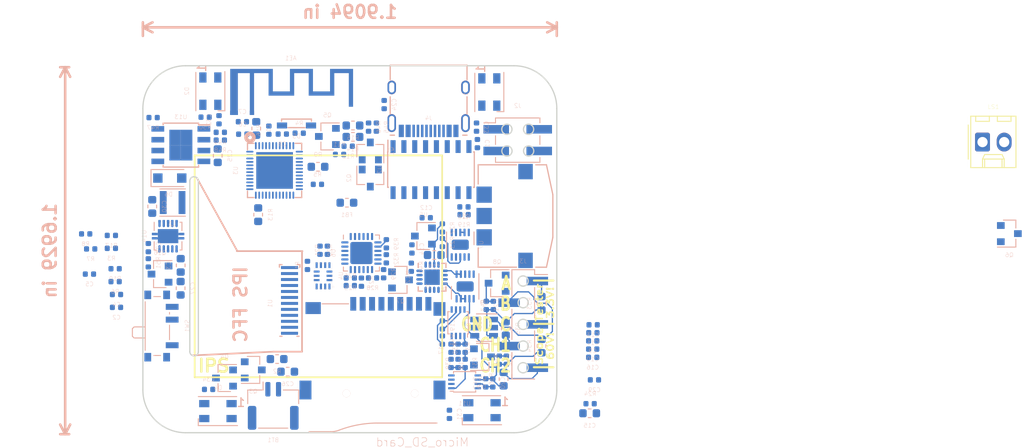
<source format=kicad_pcb>
(kicad_pcb (version 20171130) (host pcbnew 5.0.2-bee76a0~70~ubuntu18.04.1)
  (layers (0 F.Cu power) (1 In1.Cu signal) (2 In2.Cu power) (31 B.Cu signal) (34 B.Paste user) (35 F.Paste user) (36 B.SilkS user) (37 F.SilkS user) (38 B.Mask user hide) (39 F.Mask user hide) (44 Edge.Cuts user))
  (net 0 "")
  (net 1 PROBE2)
  (net 2 PROBE1)
  (net 3 GNDA)
  (net 4 ADC_REF)
  (net 5 AFE_ENABLE)
  (net 6 SE_ENABLE)
  (net 7 GND)
  (net 8 BUF_ENABLE)
  (net 9 ESP32_ADC)
  (net 10 MUX_ENABLE)
  (net 11 MUX_CH1)
  (net 12 MUX_CH2)
  (net 13 "Net-(AE1-Pad1)")
  (net 14 VBUS)
  (net 15 IPS_MOSI)
  (net 16 IPS_RST)
  (net 17 IPS_LED)
  (net 18 DTR)
  (net 19 "Net-(C23-Pad1)")
  (net 20 "Net-(R25-Pad2)")
  (net 21 "Net-(C20-Pad1)")
  (net 22 +BATT)
  (net 23 EN)
  (net 24 "Net-(R13-Pad2)")
  (net 25 RTS)
  (net 26 IO0)
  (net 27 TXD)
  (net 28 RXD)
  (net 29 "Net-(U6-Pad22)")
  (net 30 USB_DP)
  (net 31 USB_DN)
  (net 32 BTN_UP)
  (net 33 BTN_CNTR)
  (net 34 BTN_DOWN)
  (net 35 ADC_SCK)
  (net 36 IPS_DC)
  (net 37 WAKE1)
  (net 38 "Net-(U12-Pad9)")
  (net 39 "Net-(U12-Pad10)")
  (net 40 I2C_SCL)
  (net 41 I2C_SDA)
  (net 42 SD_DATA2)
  (net 43 SD_DATA3)
  (net 44 SD_CMD)
  (net 45 "Net-(J3-Pad5)")
  (net 46 SD_DATA1)
  (net 47 SD_DATA0)
  (net 48 ADC_ENABLE)
  (net 49 PARTY_ENABLE)
  (net 50 CHRG)
  (net 51 SD_CLK)
  (net 52 "Net-(C24-Pad2)")
  (net 53 ESP32_DAC)
  (net 54 WHITE_LED)
  (net 55 "Net-(C6-Pad1)")
  (net 56 "Net-(LS1-Pad2)")
  (net 57 "Net-(D2-Pad1)")
  (net 58 "Net-(L2-Pad1)")
  (net 59 "Net-(L2-Pad2)")
  (net 60 ADC_MISO)
  (net 61 ADC_CS)
  (net 62 ADC_CH_SEL)
  (net 63 "Net-(D1-Pad1)")
  (net 64 "Net-(D4-Pad1)")
  (net 65 "Net-(D5-Pad1)")
  (net 66 ESP_ADC)
  (net 67 "Net-(J4-PadB5)")
  (net 68 "Net-(J4-PadA5)")
  (net 69 "Net-(J4-PadA8)")
  (net 70 +3V3)
  (net 71 "Net-(C21-Pad2)")
  (net 72 "Net-(C22-Pad2)")
  (net 73 "Net-(C28-Pad1)")
  (net 74 "Net-(C18-Pad1)")
  (net 75 "Net-(J3-Pad1)")
  (net 76 "Net-(C17-Pad1)")
  (net 77 "Net-(J3-Pad4)")
  (net 78 "Net-(J3-Pad2)")
  (net 79 "Net-(R28-Pad2)")
  (net 80 "Net-(C19-Pad1)")
  (net 81 "Net-(J3-Pad3)")
  (net 82 "Net-(C15-Pad1)")
  (net 83 "Net-(Q10-Pad2)")
  (net 84 "Net-(U12-Pad8)")
  (net 85 "Net-(U12-Pad5)")
  (net 86 "Net-(U2-Pad7)")
  (net 87 "Net-(U2-Pad8)")
  (net 88 "Net-(U2-Pad9)")
  (net 89 "Net-(U2-Pad10)")
  (net 90 "Net-(U2-Pad11)")
  (net 91 "Net-(U2-Pad12)")
  (net 92 "Net-(U2-Pad15)")
  (net 93 "Net-(BT1-Pad1)")
  (net 94 "Net-(U13-Pad6)")
  (net 95 "Net-(D3-Pad1)")
  (net 96 "Net-(U3-Pad48)")
  (net 97 "Net-(U3-Pad47)")
  (net 98 "Net-(U3-Pad45)")
  (net 99 "Net-(U3-Pad44)")
  (net 100 "Net-(U3-Pad33)")
  (net 101 "Net-(U3-Pad32)")
  (net 102 "Net-(U3-Pad31)")
  (net 103 "Net-(U3-Pad30)")
  (net 104 "Net-(U3-Pad29)")
  (net 105 "Net-(U3-Pad28)")
  (net 106 "Net-(U3-Pad27)")
  (net 107 "Net-(U3-Pad26)")
  (net 108 "Net-(U3-Pad25)")
  (net 109 "Net-(C15-Pad2)")
  (net 110 "Net-(S1-PadE)")
  (net 111 "Net-(R2-Pad2)")
  (net 112 "Net-(U4-Pad2)")
  (net 113 "Net-(U4-Pad3)")
  (net 114 "Net-(U4-Pad9)")
  (net 115 "Net-(U4-Pad10)")
  (net 116 "Net-(U4-Pad11)")
  (net 117 "Net-(J1-Pad5)")
  (net 118 "Net-(J1-Pad7)")
  (net 119 "Net-(R48-Pad1)")
  (net 120 "Net-(Q5-Pad1)")
  (net 121 "Net-(R39-Pad2)")
  (net 122 "Net-(R32-Pad2)")
  (net 123 "Net-(R27-Pad2)")
  (net 124 "Net-(R29-Pad2)")
  (net 125 "Net-(Q5-Pad2)")
  (net 126 "Net-(Q3-Pad3)")
  (net 127 "Net-(C1-Pad1)")
  (net 128 "Net-(C31-Pad2)")
  (net 129 "Net-(C32-Pad2)")
  (module badgelib:LED_SK6812MINI_PLCC4_3.5x3.5mm_P1.75mm (layer B.Cu) (at 118.5926 71.5772 270)
    (fp_text reference D1 (at 0 2.75 270) (layer B.SilkS) (effects (font (size 0.5 0.5) (thickness 0.025)) (justify mirror)))
    (fp_text value SK6812MINI)
    (fp_text user 1 (at -2.7 1 270) (layer B.SilkS) (effects (justify mirror)))
    (pad 3 smd rect (at 1.6 -0.875 270) (size 1.2 0.85) (layers B.Cu B.Paste B.Mask) (net 26 IO0))
    (pad 4 smd rect (at 1.6 0.875 270) (size 1.2 0.85) (layers B.Cu B.Paste B.Mask) (net 128 "Net-(C31-Pad2)"))
    (pad 2 smd rect (at -1.6 -0.875 270) (size 1.2 0.85) (layers B.Cu B.Paste B.Mask) (net 7 GND))
    (pad 1 smd rect (at -1.6 0.875 270) (size 1.2 0.85) (layers B.Cu B.Paste B.Mask) (net 63 "Net-(D1-Pad1)"))
  )
  (module badgelib:LED_SK6812MINI_PLCC4_3.5x3.5mm_P1.75mm (layer B.Cu) (at 117.729 108.8644 180)
    (fp_text reference D3 (at 0 2.75 180) (layer B.SilkS) (effects (font (size 0.5 0.5) (thickness 0.025)) (justify mirror)))
    (fp_text value SK6812MINI)
    (fp_text user 1 (at -2.7 1 180) (layer B.SilkS) (effects (justify mirror)))
    (pad 1 smd rect (at -1.6 0.875 180) (size 1.2 0.85) (layers B.Cu B.Paste B.Mask) (net 95 "Net-(D3-Pad1)"))
    (pad 2 smd rect (at -1.6 -0.875 180) (size 1.2 0.85) (layers B.Cu B.Paste B.Mask) (net 7 GND))
    (pad 4 smd rect (at 1.6 0.875 180) (size 1.2 0.85) (layers B.Cu B.Paste B.Mask) (net 128 "Net-(C31-Pad2)"))
    (pad 3 smd rect (at 1.6 -0.875 180) (size 1.2 0.85) (layers B.Cu B.Paste B.Mask) (net 57 "Net-(D2-Pad1)"))
  )
  (module badgelib:LED_SK6812MINI_PLCC4_3.5x3.5mm_P1.75mm (layer B.Cu) (at 86.7918 108.966 180)
    (fp_text reference D4 (at 0 2.75 180) (layer B.SilkS) (effects (font (size 0.5 0.5) (thickness 0.025)) (justify mirror)))
    (fp_text value SK6812MINI)
    (fp_text user 1 (at -2.7 1 180) (layer B.SilkS) (effects (justify mirror)))
    (pad 3 smd rect (at 1.6 -0.875 180) (size 1.2 0.85) (layers B.Cu B.Paste B.Mask) (net 95 "Net-(D3-Pad1)"))
    (pad 4 smd rect (at 1.6 0.875 180) (size 1.2 0.85) (layers B.Cu B.Paste B.Mask) (net 128 "Net-(C31-Pad2)"))
    (pad 2 smd rect (at -1.6 -0.875 180) (size 1.2 0.85) (layers B.Cu B.Paste B.Mask) (net 7 GND))
    (pad 1 smd rect (at -1.6 0.875 180) (size 1.2 0.85) (layers B.Cu B.Paste B.Mask) (net 64 "Net-(D4-Pad1)"))
  )
  (module badgelib:LED_SK6812MINI_PLCC4_3.5x3.5mm_P1.75mm (layer B.Cu) (at 85.9028 71.4756 270)
    (fp_text reference D2 (at 0 2.75 270) (layer B.SilkS) (effects (font (size 0.5 0.5) (thickness 0.025)) (justify mirror)))
    (fp_text value SK6812MINI)
    (fp_text user 1 (at -2.7 1 270) (layer B.SilkS) (effects (justify mirror)))
    (pad 1 smd rect (at -1.6 0.875 270) (size 1.2 0.85) (layers B.Cu B.Paste B.Mask) (net 57 "Net-(D2-Pad1)"))
    (pad 2 smd rect (at -1.6 -0.875 270) (size 1.2 0.85) (layers B.Cu B.Paste B.Mask) (net 7 GND))
    (pad 4 smd rect (at 1.6 0.875 270) (size 1.2 0.85) (layers B.Cu B.Paste B.Mask) (net 128 "Net-(C31-Pad2)"))
    (pad 3 smd rect (at 1.6 -0.875 270) (size 1.2 0.85) (layers B.Cu B.Paste B.Mask) (net 63 "Net-(D1-Pad1)"))
  )
  (module Resistor_SMD:R_0603_1608Metric (layer B.Cu) (at 91.51 85.95 90)
    (fp_text reference R13 (at 0 1.43 90) (layer B.SilkS) (effects (font (size 0.5 0.5) (thickness 0.025)) (justify mirror)))
    (fp_text value 10)
    (pad 1 smd roundrect (at -0.7875 0 90) (size 0.875 0.95) (layers B.Cu B.Paste B.Mask) (net 35 ADC_SCK))
    (pad 2 smd roundrect (at 0.7875 0 90) (size 0.875 0.95) (layers B.Cu B.Paste B.Mask) (net 24 "Net-(R13-Pad2)"))
  )
  (module Resistor_SMD:R_0603_1608Metric (layer B.Cu) (at 102.616 75.5015)
    (fp_text reference R15 (at 0 1.43) (layer B.SilkS) (effects (font (size 0.5 0.5) (thickness 0.025)) (justify mirror)))
    (fp_text value 10)
    (pad 2 smd roundrect (at 0.7875 0) (size 0.875 0.95) (layers B.Cu B.Paste B.Mask) (net 7 GND))
    (pad 1 smd roundrect (at -0.7875 0) (size 0.875 0.95) (layers B.Cu B.Paste B.Mask) (net 125 "Net-(Q5-Pad2)"))
  )
  (module Resistor_SMD:R_0603_1608Metric (layer B.Cu) (at 98.52 80.34 180)
    (fp_text reference R9 (at 0 1.43 180) (layer B.SilkS) (effects (font (size 0.5 0.5) (thickness 0.025)) (justify mirror)))
    (fp_text value 10)
    (pad 1 smd roundrect (at -0.7875 0 180) (size 0.875 0.95) (layers B.Cu B.Paste B.Mask) (net 117 "Net-(J1-Pad5)"))
    (pad 2 smd roundrect (at 0.7875 0 180) (size 0.875 0.95) (layers B.Cu B.Paste B.Mask) (net 51 SD_CLK))
  )
  (module Resistor_SMD:R_0603_1608Metric (layer B.Cu) (at 93.726 102.87)
    (fp_text reference R2 (at 0 1.43) (layer B.SilkS) (effects (font (size 0.5 0.5) (thickness 0.025)) (justify mirror)))
    (fp_text value 10)
    (pad 2 smd roundrect (at 0.7875 0) (size 0.875 0.95) (layers B.Cu B.Paste B.Mask) (net 111 "Net-(R2-Pad2)"))
    (pad 1 smd roundrect (at -0.7875 0) (size 0.875 0.95) (layers B.Cu B.Paste B.Mask) (net 126 "Net-(Q3-Pad3)"))
  )
  (module Resistor_SMD:R_0603_1608Metric (layer B.Cu) (at 102.616 76.835)
    (fp_text reference R14 (at 0 1.43) (layer B.SilkS) (effects (font (size 0.5 0.5) (thickness 0.025)) (justify mirror)))
    (fp_text value 10)
    (pad 1 smd roundrect (at -0.7875 0) (size 0.875 0.95) (layers B.Cu B.Paste B.Mask) (net 125 "Net-(Q5-Pad2)"))
    (pad 2 smd roundrect (at 0.7875 0) (size 0.875 0.95) (layers B.Cu B.Paste B.Mask) (net 7 GND))
  )
  (module Capacitor_SMD:C_0603_1608Metric (layer B.Cu) (at 112.141 90.678)
    (fp_text reference C23 (at 0 1.43) (layer B.SilkS) (effects (font (size 0.5 0.5) (thickness 0.025)) (justify mirror)))
    (fp_text value 100n)
    (pad 1 smd roundrect (at -0.7875 0) (size 0.875 0.95) (layers B.Cu B.Paste B.Mask) (net 19 "Net-(C23-Pad1)"))
    (pad 2 smd roundrect (at 0.7875 0) (size 0.875 0.95) (layers B.Cu B.Paste B.Mask) (net 3 GNDA))
  )
  (module Capacitor_SMD:C_0402_1005Metric (layer B.Cu) (at 117.094 75.692 90)
    (fp_text reference C33 (at 0 1.17 90) (layer B.SilkS) (effects (font (size 0.5 0.5) (thickness 0.025)) (justify mirror)))
    (fp_text value 100n)
    (pad 2 smd roundrect (at 0.485 0 90) (size 0.59 0.64) (layers B.Cu B.Paste B.Mask) (net 128 "Net-(C31-Pad2)"))
    (pad 1 smd roundrect (at -0.485 0 90) (size 0.59 0.64) (layers B.Cu B.Paste B.Mask) (net 7 GND))
  )
  (module Capacitor_SMD:C_0402_1005Metric (layer B.Cu) (at 130.7592 98.8568)
    (fp_text reference C13 (at 0 1.17) (layer B.SilkS) (effects (font (size 0.5 0.5) (thickness 0.025)) (justify mirror)))
    (fp_text value 100n)
    (pad 1 smd roundrect (at -0.485 0) (size 0.59 0.64) (layers B.Cu B.Paste B.Mask) (net 70 +3V3))
    (pad 2 smd roundrect (at 0.485 0) (size 0.59 0.64) (layers B.Cu B.Paste B.Mask) (net 7 GND))
  )
  (module Capacitor_SMD:C_0402_1005Metric (layer B.Cu) (at 130.727388 99.786133)
    (fp_text reference C11 (at 0 1.17) (layer B.SilkS) (effects (font (size 0.5 0.5) (thickness 0.025)) (justify mirror)))
    (fp_text value 100n)
    (pad 2 smd roundrect (at 0.485 0) (size 0.59 0.64) (layers B.Cu B.Paste B.Mask) (net 7 GND))
    (pad 1 smd roundrect (at -0.485 0) (size 0.59 0.64) (layers B.Cu B.Paste B.Mask) (net 70 +3V3))
  )
  (module Capacitor_SMD:C_0402_1005Metric (layer B.Cu) (at 130.7084 101.7016)
    (fp_text reference C10 (at 0 1.17) (layer B.SilkS) (effects (font (size 0.5 0.5) (thickness 0.025)) (justify mirror)))
    (fp_text value 100n)
    (pad 1 smd roundrect (at -0.485 0) (size 0.59 0.64) (layers B.Cu B.Paste B.Mask) (net 70 +3V3))
    (pad 2 smd roundrect (at 0.485 0) (size 0.59 0.64) (layers B.Cu B.Paste B.Mask) (net 7 GND))
  )
  (module Capacitor_SMD:C_0402_1005Metric (layer B.Cu) (at 130.7084 100.7364)
    (fp_text reference C9 (at 0 1.17) (layer B.SilkS) (effects (font (size 0.5 0.5) (thickness 0.025)) (justify mirror)))
    (fp_text value 100n)
    (pad 2 smd roundrect (at 0.485 0) (size 0.59 0.64) (layers B.Cu B.Paste B.Mask) (net 7 GND))
    (pad 1 smd roundrect (at -0.485 0) (size 0.59 0.64) (layers B.Cu B.Paste B.Mask) (net 70 +3V3))
  )
  (module Capacitor_SMD:C_0402_1005Metric (layer B.Cu) (at 74.906988 96.813933)
    (fp_text reference C2 (at 0 1.17) (layer B.SilkS) (effects (font (size 0.5 0.5) (thickness 0.025)) (justify mirror)))
    (fp_text value 100n)
    (pad 1 smd roundrect (at -0.485 0) (size 0.59 0.64) (layers B.Cu B.Paste B.Mask) (net 16 IPS_RST))
    (pad 2 smd roundrect (at 0.485 0) (size 0.59 0.64) (layers B.Cu B.Paste B.Mask) (net 7 GND))
  )
  (module Capacitor_SMD:C_0402_1005Metric (layer B.Cu) (at 94.3356 76.5048)
    (fp_text reference C8 (at 0 1.17) (layer B.SilkS) (effects (font (size 0.5 0.5) (thickness 0.025)) (justify mirror)))
    (fp_text value 100n)
    (pad 2 smd roundrect (at 0.485 0) (size 0.59 0.64) (layers B.Cu B.Paste B.Mask) (net 7 GND))
    (pad 1 smd roundrect (at -0.485 0) (size 0.59 0.64) (layers B.Cu B.Paste B.Mask) (net 32 BTN_UP))
  )
  (module Capacitor_SMD:C_0402_1005Metric (layer B.Cu) (at 89.662 75.057 180)
    (fp_text reference C7 (at 0 1.17 180) (layer B.SilkS) (effects (font (size 0.5 0.5) (thickness 0.025)) (justify mirror)))
    (fp_text value TBD)
    (pad 1 smd roundrect (at -0.485 0 180) (size 0.59 0.64) (layers B.Cu B.Paste B.Mask) (net 13 "Net-(AE1-Pad1)"))
    (pad 2 smd roundrect (at 0.485 0 180) (size 0.59 0.64) (layers B.Cu B.Paste B.Mask) (net 7 GND))
  )
  (module Capacitor_SMD:C_0402_1005Metric (layer B.Cu) (at 89.7 76.52 180)
    (fp_text reference C6 (at 0 1.17 180) (layer B.SilkS) (effects (font (size 0.5 0.5) (thickness 0.025)) (justify mirror)))
    (fp_text value TBD)
    (pad 2 smd roundrect (at 0.485 0 180) (size 0.59 0.64) (layers B.Cu B.Paste B.Mask) (net 7 GND))
    (pad 1 smd roundrect (at -0.485 0 180) (size 0.59 0.64) (layers B.Cu B.Paste B.Mask) (net 55 "Net-(C6-Pad1)"))
  )
  (module Capacitor_SMD:C_0402_1005Metric (layer B.Cu) (at 118.237 96.5835 90)
    (fp_text reference C21 (at 0 1.17 90) (layer B.SilkS) (effects (font (size 0.5 0.5) (thickness 0.025)) (justify mirror)))
    (fp_text value 33p)
    (pad 1 smd roundrect (at -0.485 0 90) (size 0.59 0.64) (layers B.Cu B.Paste B.Mask) (net 2 PROBE1))
    (pad 2 smd roundrect (at 0.485 0 90) (size 0.59 0.64) (layers B.Cu B.Paste B.Mask) (net 71 "Net-(C21-Pad2)"))
  )
  (module Capacitor_SMD:C_0402_1005Metric (layer B.Cu) (at 71.736988 92.913933)
    (fp_text reference C5 (at 0 1.17) (layer B.SilkS) (effects (font (size 0.5 0.5) (thickness 0.025)) (justify mirror)))
    (fp_text value 100n)
    (pad 2 smd roundrect (at 0.485 0) (size 0.59 0.64) (layers B.Cu B.Paste B.Mask) (net 7 GND))
    (pad 1 smd roundrect (at -0.485 0) (size 0.59 0.64) (layers B.Cu B.Paste B.Mask) (net 70 +3V3))
  )
  (module Capacitor_SMD:C_0402_1005Metric (layer B.Cu) (at 74.906988 95.303933)
    (fp_text reference C4 (at 0 1.17) (layer B.SilkS) (effects (font (size 0.5 0.5) (thickness 0.025)) (justify mirror)))
    (fp_text value 100n)
    (pad 1 smd roundrect (at -0.485 0) (size 0.59 0.64) (layers B.Cu B.Paste B.Mask) (net 23 EN))
    (pad 2 smd roundrect (at 0.485 0) (size 0.59 0.64) (layers B.Cu B.Paste B.Mask) (net 7 GND))
  )
  (module Capacitor_SMD:C_0402_1005Metric (layer B.Cu) (at 117.1956 77.6224 90)
    (fp_text reference C1 (at 0 1.17 90) (layer B.SilkS) (effects (font (size 0.5 0.5) (thickness 0.025)) (justify mirror)))
    (fp_text value 100n)
    (pad 2 smd roundrect (at 0.485 0 90) (size 0.59 0.64) (layers B.Cu B.Paste B.Mask) (net 7 GND))
    (pad 1 smd roundrect (at -0.485 0 90) (size 0.59 0.64) (layers B.Cu B.Paste B.Mask) (net 127 "Net-(C1-Pad1)"))
  )
  (module Capacitor_SMD:C_0402_1005Metric (layer B.Cu) (at 85.699499 106.426 180)
    (fp_text reference C34 (at 0 1.17 180) (layer B.SilkS) (effects (font (size 0.5 0.5) (thickness 0.025)) (justify mirror)))
    (fp_text value 100n)
    (pad 1 smd roundrect (at -0.485 0 180) (size 0.59 0.64) (layers B.Cu B.Paste B.Mask) (net 7 GND))
    (pad 2 smd roundrect (at 0.485 0 180) (size 0.59 0.64) (layers B.Cu B.Paste B.Mask) (net 128 "Net-(C31-Pad2)"))
  )
  (module Capacitor_SMD:C_0402_1005Metric (layer B.Cu) (at 86.9188 74.8284 270)
    (fp_text reference C32 (at 0 1.17 270) (layer B.SilkS) (effects (font (size 0.5 0.5) (thickness 0.025)) (justify mirror)))
    (fp_text value 100n)
    (pad 2 smd roundrect (at 0.485 0 270) (size 0.59 0.64) (layers B.Cu B.Paste B.Mask) (net 129 "Net-(C32-Pad2)"))
    (pad 1 smd roundrect (at -0.485 0 270) (size 0.59 0.64) (layers B.Cu B.Paste B.Mask) (net 7 GND))
  )
  (module Capacitor_SMD:C_0402_1005Metric (layer B.Cu) (at 113.919 109.347 90)
    (fp_text reference C31 (at 0 1.17 90) (layer B.SilkS) (effects (font (size 0.5 0.5) (thickness 0.025)) (justify mirror)))
    (fp_text value 100n)
    (pad 1 smd roundrect (at -0.485 0 90) (size 0.59 0.64) (layers B.Cu B.Paste B.Mask) (net 7 GND))
    (pad 2 smd roundrect (at 0.485 0 90) (size 0.59 0.64) (layers B.Cu B.Paste B.Mask) (net 128 "Net-(C31-Pad2)"))
  )
  (module Capacitor_SMD:C_0402_1005Metric (layer B.Cu) (at 130.9116 105.3084)
    (fp_text reference C29 (at 0 1.17) (layer B.SilkS) (effects (font (size 0.5 0.5) (thickness 0.025)) (justify mirror)))
    (fp_text value 100n)
    (pad 2 smd roundrect (at 0.485 0) (size 0.59 0.64) (layers B.Cu B.Paste B.Mask) (net 7 GND))
    (pad 1 smd roundrect (at -0.485 0) (size 0.59 0.64) (layers B.Cu B.Paste B.Mask) (net 70 +3V3))
  )
  (module Capacitor_SMD:C_0402_1005Metric (layer B.Cu) (at 78.6384 89.8144 90)
    (fp_text reference C28 (at 0 1.17 90) (layer B.SilkS) (effects (font (size 0.5 0.5) (thickness 0.025)) (justify mirror)))
    (fp_text value 100n)
    (pad 1 smd roundrect (at -0.485 0 90) (size 0.59 0.64) (layers B.Cu B.Paste B.Mask) (net 73 "Net-(C28-Pad1)"))
    (pad 2 smd roundrect (at 0.485 0 90) (size 0.59 0.64) (layers B.Cu B.Paste B.Mask) (net 7 GND))
  )
  (module Capacitor_SMD:C_0402_1005Metric (layer B.Cu) (at 106.2736 73.0504 90)
    (fp_text reference C24 (at 0 1.17 90) (layer B.SilkS) (effects (font (size 0.5 0.5) (thickness 0.025)) (justify mirror)))
    (fp_text value 100p)
    (pad 2 smd roundrect (at 0.485 0 90) (size 0.59 0.64) (layers B.Cu B.Paste B.Mask) (net 52 "Net-(C24-Pad2)"))
    (pad 1 smd roundrect (at -0.485 0 90) (size 0.59 0.64) (layers B.Cu B.Paste B.Mask) (net 7 GND))
  )
  (module Capacitor_SMD:C_0402_1005Metric (layer B.Cu) (at 119.761 102.997 90)
    (fp_text reference C22 (at 0 1.17 90) (layer B.SilkS) (effects (font (size 0.5 0.5) (thickness 0.025)) (justify mirror)))
    (fp_text value 33p)
    (pad 2 smd roundrect (at 0.485 0 90) (size 0.59 0.64) (layers B.Cu B.Paste B.Mask) (net 72 "Net-(C22-Pad2)"))
    (pad 1 smd roundrect (at -0.485 0 90) (size 0.59 0.64) (layers B.Cu B.Paste B.Mask) (net 1 PROBE2))
  )
  (module Capacitor_SMD:C_0402_1005Metric (layer B.Cu) (at 118.999 105.664 90)
    (fp_text reference C20 (at 0 1.17 90) (layer B.SilkS) (effects (font (size 0.5 0.5) (thickness 0.025)) (justify mirror)))
    (fp_text value 1n)
    (pad 1 smd roundrect (at -0.485 0 90) (size 0.59 0.64) (layers B.Cu B.Paste B.Mask) (net 21 "Net-(C20-Pad1)"))
    (pad 2 smd roundrect (at 0.485 0 90) (size 0.59 0.64) (layers B.Cu B.Paste B.Mask) (net 1 PROBE2))
  )
  (module Capacitor_SMD:C_0402_1005Metric (layer B.Cu) (at 113.0935 98.8695 90)
    (fp_text reference C19 (at 0 1.17 90) (layer B.SilkS) (effects (font (size 0.5 0.5) (thickness 0.025)) (justify mirror)))
    (fp_text value 1n)
    (pad 2 smd roundrect (at 0.485 0 90) (size 0.59 0.64) (layers B.Cu B.Paste B.Mask) (net 2 PROBE1))
    (pad 1 smd roundrect (at -0.485 0 90) (size 0.59 0.64) (layers B.Cu B.Paste B.Mask) (net 80 "Net-(C19-Pad1)"))
  )
  (module Capacitor_SMD:C_0402_1005Metric (layer B.Cu) (at 114.1095 103.378 90)
    (fp_text reference C18 (at 0 1.17 90) (layer B.SilkS) (effects (font (size 0.5 0.5) (thickness 0.025)) (justify mirror)))
    (fp_text value 6n8)
    (pad 1 smd roundrect (at -0.485 0 90) (size 0.59 0.64) (layers B.Cu B.Paste B.Mask) (net 74 "Net-(C18-Pad1)"))
    (pad 2 smd roundrect (at 0.485 0 90) (size 0.59 0.64) (layers B.Cu B.Paste B.Mask) (net 3 GNDA))
  )
  (module Capacitor_SMD:C_0402_1005Metric (layer B.Cu) (at 114.1095 101.6 270)
    (fp_text reference C17 (at 0 1.17 270) (layer B.SilkS) (effects (font (size 0.5 0.5) (thickness 0.025)) (justify mirror)))
    (fp_text value 6n8)
    (pad 2 smd roundrect (at 0.485 0 270) (size 0.59 0.64) (layers B.Cu B.Paste B.Mask) (net 3 GNDA))
    (pad 1 smd roundrect (at -0.485 0 270) (size 0.59 0.64) (layers B.Cu B.Paste B.Mask) (net 76 "Net-(C17-Pad1)"))
  )
  (module Capacitor_SMD:C_0402_1005Metric (layer B.Cu) (at 130.7084 102.6668)
    (fp_text reference C16 (at 0 1.17) (layer B.SilkS) (effects (font (size 0.5 0.5) (thickness 0.025)) (justify mirror)))
    (fp_text value 100n)
    (pad 1 smd roundrect (at -0.485 0) (size 0.59 0.64) (layers B.Cu B.Paste B.Mask) (net 70 +3V3))
    (pad 2 smd roundrect (at 0.485 0) (size 0.59 0.64) (layers B.Cu B.Paste B.Mask) (net 7 GND))
  )
  (module Capacitor_SMD:C_0402_1005Metric (layer B.Cu) (at 109.5248 89.9668 90)
    (fp_text reference C14 (at 0 1.17 90) (layer B.SilkS) (effects (font (size 0.5 0.5) (thickness 0.025)) (justify mirror)))
    (fp_text value 100n)
    (pad 2 smd roundrect (at 0.485 0 90) (size 0.59 0.64) (layers B.Cu B.Paste B.Mask) (net 3 GNDA))
    (pad 1 smd roundrect (at -0.485 0 90) (size 0.59 0.64) (layers B.Cu B.Paste B.Mask) (net 4 ADC_REF))
  )
  (module Capacitor_SMD:C_0402_1005Metric (layer B.Cu) (at 111.2012 86.3092 180)
    (fp_text reference C12 (at 0 1.17 180) (layer B.SilkS) (effects (font (size 0.5 0.5) (thickness 0.025)) (justify mirror)))
    (fp_text value 100n)
    (pad 1 smd roundrect (at -0.485 0 180) (size 0.59 0.64) (layers B.Cu B.Paste B.Mask) (net 5 AFE_ENABLE))
    (pad 2 smd roundrect (at 0.485 0 180) (size 0.59 0.64) (layers B.Cu B.Paste B.Mask) (net 3 GNDA))
  )
  (module Resistor_SMD:R_0402_1005Metric (layer B.Cu) (at 74.746988 93.793933)
    (fp_text reference R6 (at 0 1.17) (layer B.SilkS) (effects (font (size 0.5 0.5) (thickness 0.025)) (justify mirror)))
    (fp_text value 47k)
    (pad 1 smd roundrect (at -0.485 0) (size 0.59 0.64) (layers B.Cu B.Paste B.Mask) (net 70 +3V3))
    (pad 2 smd roundrect (at 0.485 0) (size 0.59 0.64) (layers B.Cu B.Paste B.Mask) (net 43 SD_DATA3))
  )
  (module Resistor_SMD:R_0402_1005Metric (layer B.Cu) (at 96.3168 76.4032 180)
    (fp_text reference R4 (at 0 1.17 180) (layer B.SilkS) (effects (font (size 0.5 0.5) (thickness 0.025)) (justify mirror)))
    (fp_text value 47k)
    (pad 2 smd roundrect (at 0.485 0 180) (size 0.59 0.64) (layers B.Cu B.Paste B.Mask) (net 23 EN))
    (pad 1 smd roundrect (at -0.485 0 180) (size 0.59 0.64) (layers B.Cu B.Paste B.Mask) (net 70 +3V3))
  )
  (module Resistor_SMD:R_0402_1005Metric (layer B.Cu) (at 97.282 91.8972 270)
    (fp_text reference R1 (at 0 1.17 270) (layer B.SilkS) (effects (font (size 0.5 0.5) (thickness 0.025)) (justify mirror)))
    (fp_text value 47k)
    (pad 2 smd roundrect (at 0.485 0 270) (size 0.59 0.64) (layers B.Cu B.Paste B.Mask) (net 16 IPS_RST))
    (pad 1 smd roundrect (at -0.485 0 270) (size 0.59 0.64) (layers B.Cu B.Paste B.Mask) (net 70 +3V3))
  )
  (module Resistor_SMD:R_0402_1005Metric (layer B.Cu) (at 71.296988 88.203933)
    (fp_text reference R8 (at 0 1.17) (layer B.SilkS) (effects (font (size 0.5 0.5) (thickness 0.025)) (justify mirror)))
    (fp_text value 5k1)
    (pad 1 smd roundrect (at -0.485 0) (size 0.59 0.64) (layers B.Cu B.Paste B.Mask) (net 70 +3V3))
    (pad 2 smd roundrect (at 0.485 0) (size 0.59 0.64) (layers B.Cu B.Paste B.Mask) (net 44 SD_CMD))
  )
  (module Resistor_SMD:R_0402_1005Metric (layer B.Cu) (at 74.746988 92.283933)
    (fp_text reference R10 (at 0 1.17) (layer B.SilkS) (effects (font (size 0.5 0.5) (thickness 0.025)) (justify mirror)))
    (fp_text value 100)
    (pad 1 smd roundrect (at -0.485 0) (size 0.59 0.64) (layers B.Cu B.Paste B.Mask) (net 118 "Net-(J1-Pad7)"))
    (pad 2 smd roundrect (at 0.485 0) (size 0.59 0.64) (layers B.Cu B.Paste B.Mask) (net 47 SD_DATA0))
  )
  (module Resistor_SMD:R_0402_1005Metric (layer B.Cu) (at 101.0412 78.8924 180)
    (fp_text reference R11 (at 0 1.17 180) (layer B.SilkS) (effects (font (size 0.5 0.5) (thickness 0.025)) (justify mirror)))
    (fp_text value 47k)
    (pad 2 smd roundrect (at 0.485 0 180) (size 0.59 0.64) (layers B.Cu B.Paste B.Mask) (net 54 WHITE_LED))
    (pad 1 smd roundrect (at -0.485 0 180) (size 0.59 0.64) (layers B.Cu B.Paste B.Mask) (net 120 "Net-(Q5-Pad1)"))
  )
  (module Resistor_SMD:R_0402_1005Metric (layer B.Cu) (at 102.0572 77.9272)
    (fp_text reference R12 (at 0 1.17) (layer B.SilkS) (effects (font (size 0.5 0.5) (thickness 0.025)) (justify mirror)))
    (fp_text value 47k)
    (pad 1 smd roundrect (at -0.485 0) (size 0.59 0.64) (layers B.Cu B.Paste B.Mask) (net 120 "Net-(Q5-Pad1)"))
    (pad 2 smd roundrect (at 0.485 0) (size 0.59 0.64) (layers B.Cu B.Paste B.Mask) (net 7 GND))
  )
  (module Resistor_SMD:R_0402_1005Metric (layer B.Cu) (at 71.882 89.9668)
    (fp_text reference R7 (at 0 1.17) (layer B.SilkS) (effects (font (size 0.5 0.5) (thickness 0.025)) (justify mirror)))
    (fp_text value 47k)
    (pad 1 smd roundrect (at -0.485 0) (size 0.59 0.64) (layers B.Cu B.Paste B.Mask) (net 70 +3V3))
    (pad 2 smd roundrect (at 0.485 0) (size 0.59 0.64) (layers B.Cu B.Paste B.Mask) (net 49 PARTY_ENABLE))
  )
  (module Resistor_SMD:R_0402_1005Metric (layer B.Cu) (at 113.0935 89.2175 90)
    (fp_text reference R23 (at 0 1.17 90) (layer B.SilkS) (effects (font (size 0.5 0.5) (thickness 0.025)) (justify mirror)))
    (fp_text value 47k)
    (pad 2 smd roundrect (at 0.485 0 90) (size 0.59 0.64) (layers B.Cu B.Paste B.Mask) (net 53 ESP32_DAC))
    (pad 1 smd roundrect (at -0.485 0 90) (size 0.59 0.64) (layers B.Cu B.Paste B.Mask) (net 3 GNDA))
  )
  (module Resistor_SMD:R_0402_1005Metric (layer B.Cu) (at 113.0935 87.503 90)
    (fp_text reference R22 (at 0 1.17 90) (layer B.SilkS) (effects (font (size 0.5 0.5) (thickness 0.025)) (justify mirror)))
    (fp_text value 47k)
    (pad 1 smd roundrect (at -0.485 0 90) (size 0.59 0.64) (layers B.Cu B.Paste B.Mask) (net 53 ESP32_DAC))
    (pad 2 smd roundrect (at 0.485 0 90) (size 0.59 0.64) (layers B.Cu B.Paste B.Mask) (net 4 ADC_REF))
  )
  (module Resistor_SMD:R_0402_1005Metric (layer B.Cu) (at 99.6188 90.1192 270)
    (fp_text reference R21 (at 0 1.17 270) (layer B.SilkS) (effects (font (size 0.5 0.5) (thickness 0.025)) (justify mirror)))
    (fp_text value 5k1)
    (pad 2 smd roundrect (at 0.485 0 270) (size 0.59 0.64) (layers B.Cu B.Paste B.Mask) (net 40 I2C_SCL))
    (pad 1 smd roundrect (at -0.485 0 270) (size 0.59 0.64) (layers B.Cu B.Paste B.Mask) (net 70 +3V3))
  )
  (module Resistor_SMD:R_0402_1005Metric (layer B.Cu) (at 98.7552 90.1192 90)
    (fp_text reference R20 (at 0 1.17 90) (layer B.SilkS) (effects (font (size 0.5 0.5) (thickness 0.025)) (justify mirror)))
    (fp_text value 5k1)
    (pad 1 smd roundrect (at -0.485 0 90) (size 0.59 0.64) (layers B.Cu B.Paste B.Mask) (net 41 I2C_SDA))
    (pad 2 smd roundrect (at 0.485 0 90) (size 0.59 0.64) (layers B.Cu B.Paste B.Mask) (net 70 +3V3))
  )
  (module Resistor_SMD:R_0402_1005Metric (layer B.Cu) (at 115.64 85.95)
    (fp_text reference R19 (at 0 1.17) (layer B.SilkS) (effects (font (size 0.5 0.5) (thickness 0.025)) (justify mirror)))
    (fp_text value 47k)
    (pad 2 smd roundrect (at 0.485 0) (size 0.59 0.64) (layers B.Cu B.Paste B.Mask) (net 33 BTN_CNTR))
    (pad 1 smd roundrect (at -0.485 0) (size 0.59 0.64) (layers B.Cu B.Paste B.Mask) (net 70 +3V3))
  )
  (module Resistor_SMD:R_0402_1005Metric (layer B.Cu) (at 115.6208 85.0392)
    (fp_text reference R18 (at 0 1.17) (layer B.SilkS) (effects (font (size 0.5 0.5) (thickness 0.025)) (justify mirror)))
    (fp_text value 47k)
    (pad 1 smd roundrect (at -0.485 0) (size 0.59 0.64) (layers B.Cu B.Paste B.Mask) (net 70 +3V3))
    (pad 2 smd roundrect (at 0.485 0) (size 0.59 0.64) (layers B.Cu B.Paste B.Mask) (net 34 BTN_DOWN))
  )
  (module Resistor_SMD:R_0402_1005Metric (layer B.Cu) (at 74.306988 88.383933)
    (fp_text reference R17 (at 0 1.17) (layer B.SilkS) (effects (font (size 0.5 0.5) (thickness 0.025)) (justify mirror)))
    (fp_text value 47k)
    (pad 2 smd roundrect (at 0.485 0) (size 0.59 0.64) (layers B.Cu B.Paste B.Mask) (net 7 GND))
    (pad 1 smd roundrect (at -0.485 0) (size 0.59 0.64) (layers B.Cu B.Paste B.Mask) (net 32 BTN_UP))
  )
  (module Resistor_SMD:R_0402_1005Metric (layer B.Cu) (at 130.4036 108.1024 180)
    (fp_text reference R24 (at 0 1.17 180) (layer B.SilkS) (effects (font (size 0.5 0.5) (thickness 0.025)) (justify mirror)))
    (fp_text value 47k)
    (pad 1 smd roundrect (at -0.485 0 180) (size 0.59 0.64) (layers B.Cu B.Paste B.Mask) (net 109 "Net-(C15-Pad2)"))
    (pad 2 smd roundrect (at 0.485 0 180) (size 0.59 0.64) (layers B.Cu B.Paste B.Mask) (net 82 "Net-(C15-Pad1)"))
  )
  (module Resistor_SMD:R_0402_1005Metric (layer B.Cu) (at 92.7608 76.0476 270)
    (fp_text reference R16 (at 0 1.17 270) (layer B.SilkS) (effects (font (size 0.5 0.5) (thickness 0.025)) (justify mirror)))
    (fp_text value 5k1)
    (pad 2 smd roundrect (at 0.485 0 270) (size 0.59 0.64) (layers B.Cu B.Paste B.Mask) (net 32 BTN_UP))
    (pad 1 smd roundrect (at -0.485 0 270) (size 0.59 0.64) (layers B.Cu B.Paste B.Mask) (net 22 +BATT))
  )
  (module Resistor_SMD:R_0402_1005Metric (layer B.Cu) (at 98.4504 82.3976 180)
    (fp_text reference R5 (at 0 1.17 180) (layer B.SilkS) (effects (font (size 0.5 0.5) (thickness 0.025)) (justify mirror)))
    (fp_text value 47k)
    (pad 1 smd roundrect (at -0.485 0 180) (size 0.59 0.64) (layers B.Cu B.Paste B.Mask) (net 70 +3V3))
    (pad 2 smd roundrect (at 0.485 0 180) (size 0.59 0.64) (layers B.Cu B.Paste B.Mask) (net 47 SD_DATA0))
  )
  (module Resistor_SMD:R_0402_1005Metric (layer B.Cu) (at 104.907296 93.364988)
    (fp_text reference R28 (at 0 1.17) (layer B.SilkS) (effects (font (size 0.5 0.5) (thickness 0.025)) (justify mirror)))
    (fp_text value 680)
    (pad 2 smd roundrect (at 0.485 0) (size 0.59 0.64) (layers B.Cu B.Paste B.Mask) (net 79 "Net-(R28-Pad2)"))
    (pad 1 smd roundrect (at -0.485 0) (size 0.59 0.64) (layers B.Cu B.Paste B.Mask) (net 78 "Net-(J3-Pad2)"))
  )
  (module Resistor_SMD:R_0402_1005Metric (layer B.Cu) (at 109.45 92.11 90)
    (fp_text reference R40 (at 0 1.17 90) (layer B.SilkS) (effects (font (size 0.5 0.5) (thickness 0.025)) (justify mirror)))
    (fp_text value 47k)
    (pad 1 smd roundrect (at -0.485 0 90) (size 0.59 0.64) (layers B.Cu B.Paste B.Mask) (net 48 ADC_ENABLE))
    (pad 2 smd roundrect (at 0.485 0 90) (size 0.59 0.64) (layers B.Cu B.Paste B.Mask) (net 70 +3V3))
  )
  (module Resistor_SMD:R_0402_1005Metric (layer B.Cu) (at 103.605159 93.858902 90)
    (fp_text reference R27 (at 0 1.17 90) (layer B.SilkS) (effects (font (size 0.5 0.5) (thickness 0.025)) (justify mirror)))
    (fp_text value 390k)
    (pad 2 smd roundrect (at 0.485 0 90) (size 0.59 0.64) (layers B.Cu B.Paste B.Mask) (net 123 "Net-(R27-Pad2)"))
    (pad 1 smd roundrect (at -0.485 0 90) (size 0.59 0.64) (layers B.Cu B.Paste B.Mask) (net 81 "Net-(J3-Pad3)"))
  )
  (module Resistor_SMD:R_0402_1005Metric (layer B.Cu) (at 106.209433 92.871074 90)
    (fp_text reference R29 (at 0 1.17 90) (layer B.SilkS) (effects (font (size 0.5 0.5) (thickness 0.025)) (justify mirror)))
    (fp_text value 390k)
    (pad 1 smd roundrect (at -0.485 0 90) (size 0.59 0.64) (layers B.Cu B.Paste B.Mask) (net 78 "Net-(J3-Pad2)"))
    (pad 2 smd roundrect (at 0.485 0 90) (size 0.59 0.64) (layers B.Cu B.Paste B.Mask) (net 124 "Net-(R29-Pad2)"))
  )
  (module Resistor_SMD:R_0402_1005Metric (layer B.Cu) (at 102.303022 93.364988)
    (fp_text reference R25 (at 0 1.17) (layer B.SilkS) (effects (font (size 0.5 0.5) (thickness 0.025)) (justify mirror)))
    (fp_text value 680)
    (pad 2 smd roundrect (at 0.485 0) (size 0.59 0.64) (layers B.Cu B.Paste B.Mask) (net 20 "Net-(R25-Pad2)"))
    (pad 1 smd roundrect (at -0.485 0) (size 0.59 0.64) (layers B.Cu B.Paste B.Mask) (net 81 "Net-(J3-Pad3)"))
  )
  (module Resistor_SMD:R_0402_1005Metric (layer B.Cu) (at 115.7605 101.6 270)
    (fp_text reference R30 (at 0 1.17 270) (layer B.SilkS) (effects (font (size 0.5 0.5) (thickness 0.025)) (justify mirror)))
    (fp_text value 390k)
    (pad 1 smd roundrect (at -0.485 0 270) (size 0.59 0.64) (layers B.Cu B.Paste B.Mask) (net 76 "Net-(C17-Pad1)"))
    (pad 2 smd roundrect (at 0.485 0 270) (size 0.59 0.64) (layers B.Cu B.Paste B.Mask) (net 4 ADC_REF))
  )
  (module Resistor_SMD:R_0402_1005Metric (layer B.Cu) (at 115.7605 103.378 90)
    (fp_text reference R31 (at 0 1.17 90) (layer B.SilkS) (effects (font (size 0.5 0.5) (thickness 0.025)) (justify mirror)))
    (fp_text value 390k)
    (pad 2 smd roundrect (at 0.485 0 90) (size 0.59 0.64) (layers B.Cu B.Paste B.Mask) (net 4 ADC_REF))
    (pad 1 smd roundrect (at -0.485 0 90) (size 0.59 0.64) (layers B.Cu B.Paste B.Mask) (net 74 "Net-(C18-Pad1)"))
  )
  (module Resistor_SMD:R_0402_1005Metric (layer B.Cu) (at 106.523742 91.119924 90)
    (fp_text reference R32 (at 0 1.17 90) (layer B.SilkS) (effects (font (size 0.5 0.5) (thickness 0.025)) (justify mirror)))
    (fp_text value 680)
    (pad 1 smd roundrect (at -0.485 0 90) (size 0.59 0.64) (layers B.Cu B.Paste B.Mask) (net 75 "Net-(J3-Pad1)"))
    (pad 2 smd roundrect (at 0.485 0 90) (size 0.59 0.64) (layers B.Cu B.Paste B.Mask) (net 122 "Net-(R32-Pad2)"))
  )
  (module Resistor_SMD:R_0402_1005Metric (layer B.Cu) (at 114.935 101.6 90)
    (fp_text reference R37 (at 0 1.17 90) (layer B.SilkS) (effects (font (size 0.5 0.5) (thickness 0.025)) (justify mirror)))
    (fp_text value 390k)
    (pad 2 smd roundrect (at 0.485 0 90) (size 0.59 0.64) (layers B.Cu B.Paste B.Mask) (net 76 "Net-(C17-Pad1)"))
    (pad 1 smd roundrect (at -0.485 0 90) (size 0.59 0.64) (layers B.Cu B.Paste B.Mask) (net 3 GNDA))
  )
  (module Resistor_SMD:R_0402_1005Metric (layer B.Cu) (at 114.935001 103.378 270)
    (fp_text reference R38 (at 0 1.17 270) (layer B.SilkS) (effects (font (size 0.5 0.5) (thickness 0.025)) (justify mirror)))
    (fp_text value 390k)
    (pad 1 smd roundrect (at -0.485 0 270) (size 0.59 0.64) (layers B.Cu B.Paste B.Mask) (net 3 GNDA))
    (pad 2 smd roundrect (at 0.485 0 270) (size 0.59 0.64) (layers B.Cu B.Paste B.Mask) (net 74 "Net-(C18-Pad1)"))
  )
  (module Resistor_SMD:R_0402_1005Metric (layer B.Cu) (at 106.527334 89.359794 90)
    (fp_text reference R39 (at 0 1.17 90) (layer B.SilkS) (effects (font (size 0.5 0.5) (thickness 0.025)) (justify mirror)))
    (fp_text value 390k)
    (pad 2 smd roundrect (at 0.485 0 90) (size 0.59 0.64) (layers B.Cu B.Paste B.Mask) (net 121 "Net-(R39-Pad2)"))
    (pad 1 smd roundrect (at -0.485 0 90) (size 0.59 0.64) (layers B.Cu B.Paste B.Mask) (net 75 "Net-(J3-Pad1)"))
  )
  (module Resistor_SMD:R_0402_1005Metric (layer B.Cu) (at 113.0935 100.6475 90)
    (fp_text reference R41 (at 0 1.17 90) (layer B.SilkS) (effects (font (size 0.5 0.5) (thickness 0.025)) (justify mirror)))
    (fp_text value 2M2)
    (pad 1 smd roundrect (at -0.485 0 90) (size 0.59 0.64) (layers B.Cu B.Paste B.Mask) (net 2 PROBE1))
    (pad 2 smd roundrect (at 0.485 0 90) (size 0.59 0.64) (layers B.Cu B.Paste B.Mask) (net 80 "Net-(C19-Pad1)"))
  )
  (module Resistor_SMD:R_0402_1005Metric (layer B.Cu) (at 102.303022 94.263014 180)
    (fp_text reference R26 (at 0 1.17 180) (layer B.SilkS) (effects (font (size 0.5 0.5) (thickness 0.025)) (justify mirror)))
    (fp_text value 100)
    (pad 2 smd roundrect (at 0.485 0 180) (size 0.59 0.64) (layers B.Cu B.Paste B.Mask) (net 82 "Net-(C15-Pad1)"))
    (pad 1 smd roundrect (at -0.485 0 180) (size 0.59 0.64) (layers B.Cu B.Paste B.Mask) (net 81 "Net-(J3-Pad3)"))
  )
  (module Resistor_SMD:R_0402_1005Metric (layer B.Cu) (at 74.306988 89.893933)
    (fp_text reference R3 (at 0 1.17) (layer B.SilkS) (effects (font (size 0.5 0.5) (thickness 0.025)) (justify mirror)))
    (fp_text value 47k)
    (pad 1 smd roundrect (at -0.485 0) (size 0.59 0.64) (layers B.Cu B.Paste B.Mask) (net 70 +3V3))
    (pad 2 smd roundrect (at 0.485 0) (size 0.59 0.64) (layers B.Cu B.Paste B.Mask) (net 26 IO0))
  )
  (module Resistor_SMD:R_0402_1005Metric (layer B.Cu) (at 78.6384 91.5924 90)
    (fp_text reference R51 (at 0 1.17 90) (layer B.SilkS) (effects (font (size 0.5 0.5) (thickness 0.025)) (justify mirror)))
    (fp_text value 100)
    (pad 2 smd roundrect (at 0.485 0 90) (size 0.59 0.64) (layers B.Cu B.Paste B.Mask) (net 73 "Net-(C28-Pad1)"))
    (pad 1 smd roundrect (at -0.485 0 90) (size 0.59 0.64) (layers B.Cu B.Paste B.Mask) (net 22 +BATT))
  )
  (module Resistor_SMD:R_0402_1005Metric (layer B.Cu) (at 85.2932 74.5236)
    (fp_text reference R50 (at 0 1.17) (layer B.SilkS) (effects (font (size 0.5 0.5) (thickness 0.025)) (justify mirror)))
    (fp_text value 47k)
    (pad 1 smd roundrect (at -0.485 0) (size 0.59 0.64) (layers B.Cu B.Paste B.Mask) (net 14 VBUS))
    (pad 2 smd roundrect (at 0.485 0) (size 0.59 0.64) (layers B.Cu B.Paste B.Mask) (net 7 GND))
  )
  (module Resistor_SMD:R_0402_1005Metric (layer B.Cu) (at 87.0712 76.3016)
    (fp_text reference R49 (at 0 1.17) (layer B.SilkS) (effects (font (size 0.5 0.5) (thickness 0.025)) (justify mirror)))
    (fp_text value 5k1)
    (pad 2 smd roundrect (at 0.485 0) (size 0.59 0.64) (layers B.Cu B.Paste B.Mask) (net 7 GND))
    (pad 1 smd roundrect (at -0.485 0) (size 0.59 0.64) (layers B.Cu B.Paste B.Mask) (net 119 "Net-(R48-Pad1)"))
  )
  (module Resistor_SMD:R_0402_1005Metric (layer B.Cu) (at 87.0712 77.216)
    (fp_text reference R48 (at 0 1.17) (layer B.SilkS) (effects (font (size 0.5 0.5) (thickness 0.025)) (justify mirror)))
    (fp_text value 5k1)
    (pad 1 smd roundrect (at -0.485 0) (size 0.59 0.64) (layers B.Cu B.Paste B.Mask) (net 119 "Net-(R48-Pad1)"))
    (pad 2 smd roundrect (at 0.485 0) (size 0.59 0.64) (layers B.Cu B.Paste B.Mask) (net 7 GND))
  )
  (module Resistor_SMD:R_0402_1005Metric (layer B.Cu) (at 79.1972 74.5744)
    (fp_text reference R47 (at 0 1.17) (layer B.SilkS) (effects (font (size 0.5 0.5) (thickness 0.025)) (justify mirror)))
    (fp_text value 390k)
    (pad 2 smd roundrect (at 0.485 0) (size 0.59 0.64) (layers B.Cu B.Paste B.Mask) (net 50 CHRG))
    (pad 1 smd roundrect (at -0.485 0) (size 0.59 0.64) (layers B.Cu B.Paste B.Mask) (net 70 +3V3))
  )
  (module Resistor_SMD:R_0402_1005Metric (layer B.Cu) (at 104.4448 75.692 90)
    (fp_text reference R46 (at 0 1.17 90) (layer B.SilkS) (effects (font (size 0.5 0.5) (thickness 0.025)) (justify mirror)))
    (fp_text value 5k1)
    (pad 1 smd roundrect (at -0.485 0 90) (size 0.59 0.64) (layers B.Cu B.Paste B.Mask) (net 7 GND))
    (pad 2 smd roundrect (at 0.485 0 90) (size 0.59 0.64) (layers B.Cu B.Paste B.Mask) (net 67 "Net-(J4-PadB5)"))
  )
  (module Resistor_SMD:R_0402_1005Metric (layer B.Cu) (at 105.3592 75.692 90)
    (fp_text reference R45 (at 0 1.17 90) (layer B.SilkS) (effects (font (size 0.5 0.5) (thickness 0.025)) (justify mirror)))
    (fp_text value 5k1)
    (pad 2 smd roundrect (at 0.485 0 90) (size 0.59 0.64) (layers B.Cu B.Paste B.Mask) (net 68 "Net-(J4-PadA5)"))
    (pad 1 smd roundrect (at -0.485 0 90) (size 0.59 0.64) (layers B.Cu B.Paste B.Mask) (net 7 GND))
  )
  (module Resistor_SMD:R_0402_1005Metric (layer B.Cu) (at 120.5865 102.997 270)
    (fp_text reference R44 (at 0 1.17 270) (layer B.SilkS) (effects (font (size 0.5 0.5) (thickness 0.025)) (justify mirror)))
    (fp_text value 10M)
    (pad 1 smd roundrect (at -0.485 0 270) (size 0.59 0.64) (layers B.Cu B.Paste B.Mask) (net 72 "Net-(C22-Pad2)"))
    (pad 2 smd roundrect (at 0.485 0 270) (size 0.59 0.64) (layers B.Cu B.Paste B.Mask) (net 1 PROBE2))
  )
  (module Resistor_SMD:R_0402_1005Metric (layer B.Cu) (at 119.0625 96.5835 270)
    (fp_text reference R43 (at 0 1.17 270) (layer B.SilkS) (effects (font (size 0.5 0.5) (thickness 0.025)) (justify mirror)))
    (fp_text value 10M)
    (pad 2 smd roundrect (at 0.485 0 270) (size 0.59 0.64) (layers B.Cu B.Paste B.Mask) (net 2 PROBE1))
    (pad 1 smd roundrect (at -0.485 0 270) (size 0.59 0.64) (layers B.Cu B.Paste B.Mask) (net 71 "Net-(C21-Pad2)"))
  )
  (module Resistor_SMD:R_0402_1005Metric (layer B.Cu) (at 118.1735 105.664 270)
    (fp_text reference R42 (at 0 1.17 270) (layer B.SilkS) (effects (font (size 0.5 0.5) (thickness 0.025)) (justify mirror)))
    (fp_text value 2M2)
    (pad 1 smd roundrect (at -0.485 0 270) (size 0.59 0.64) (layers B.Cu B.Paste B.Mask) (net 1 PROBE2))
    (pad 2 smd roundrect (at 0.485 0 270) (size 0.59 0.64) (layers B.Cu B.Paste B.Mask) (net 21 "Net-(C20-Pad1)"))
  )
  (module Connector_Molex:Molex_KK-254_AE-6410-02A_1x02_P2.54mm_Vertical (layer F.Cu) (at 176.385001 77.445001)
    (fp_text reference LS1 (at 1.27 -4.12) (layer F.SilkS) (effects (font (size 0.5 0.5) (thickness 0.025))))
    (fp_text value Speaker)
    (pad 1 thru_hole roundrect (at 0 0) (size 1.74 2.2) (drill 1.2) (layers *.Cu *.Mask) (roundrect_rratio 0.143678) (net 109 "Net-(C15-Pad2)"))
    (pad 2 thru_hole oval (at 2.54 0) (size 1.74 2.2) (drill 1.2) (layers *.Cu *.Mask) (net 56 "Net-(LS1-Pad2)"))
  )
  (module Diode_SMD:D_SOD-123F (layer B.Cu) (at 81.153 81.661)
    (fp_text reference D6 (at -0.127 1.905) (layer B.SilkS) (effects (font (size 0.5 0.5) (thickness 0.025)) (justify mirror)))
    (fp_text value D_Small)
    (pad 1 smd rect (at -1.4 0) (size 1.1 1.1) (layers B.Cu B.Paste B.Mask) (net 22 +BATT))
    (pad 2 smd rect (at 1.4 0) (size 1.1 1.1) (layers B.Cu B.Paste B.Mask) (net 14 VBUS))
  )
  (module badgelib:BMI270 (layer B.Cu) (at 99.1108 93.1164 90)
    (fp_text reference U4 (at 0 2.1 90) (layer B.SilkS) (effects (font (size 0.5 0.5) (thickness 0.025)) (justify mirror)))
    (fp_text value BMI270)
    (pad 1 smd rect (at -1.25 0.75 90) (size 0.675 0.25) (layers B.Cu B.Paste B.Mask) (net 7 GND))
    (pad 2 smd rect (at -1.25 0.25 90) (size 0.675 0.25) (layers B.Cu B.Paste B.Mask) (net 112 "Net-(U4-Pad2)"))
    (pad 3 smd rect (at -1.25 -0.25 90) (size 0.675 0.25) (layers B.Cu B.Paste B.Mask) (net 113 "Net-(U4-Pad3)"))
    (pad 4 smd rect (at -1.25 -0.75 90) (size 0.675 0.25) (layers B.Cu B.Paste B.Mask) (net 37 WAKE1))
    (pad 5 smd rect (at -0.5 -0.75) (size 0.675 0.25) (layers B.Cu B.Paste B.Mask) (net 70 +3V3))
    (pad 6 smd rect (at 0 -0.75) (size 0.675 0.25) (layers B.Cu B.Paste B.Mask) (net 7 GND))
    (pad 7 smd rect (at 0.5 -0.75) (size 0.675 0.25) (layers B.Cu B.Paste B.Mask) (net 7 GND))
    (pad 8 smd rect (at 1.25 -0.75 270) (size 0.675 0.25) (layers B.Cu B.Paste B.Mask) (net 70 +3V3))
    (pad 9 smd rect (at 1.25 -0.25 90) (size 0.675 0.25) (layers B.Cu B.Paste B.Mask) (net 114 "Net-(U4-Pad9)"))
    (pad 10 smd rect (at 1.25 0.25 90) (size 0.675 0.25) (layers B.Cu B.Paste B.Mask) (net 115 "Net-(U4-Pad10)"))
    (pad 11 smd rect (at 1.25 0.75 90) (size 0.675 0.25) (layers B.Cu B.Paste B.Mask) (net 116 "Net-(U4-Pad11)"))
    (pad 12 smd rect (at 0.5 0.75) (size 0.675 0.25) (layers B.Cu B.Paste B.Mask) (net 70 +3V3))
    (pad 13 smd rect (at 0 0.75) (size 0.675 0.25) (layers B.Cu B.Paste B.Mask) (net 40 I2C_SCL))
    (pad 14 smd rect (at -0.5 0.75) (size 0.675 0.25) (layers B.Cu B.Paste B.Mask) (net 41 I2C_SDA))
  )
  (module badgelib:RZX-S020CCW-0.4T (layer B.Cu) (at 96 75.5)
    (fp_text reference D5 (at 0 1.25) (layer B.SilkS) (effects (font (size 0.5 0.5) (thickness 0.025)) (justify mirror)))
    (fp_text value LED)
    (pad 2 smd rect (at -1.7 0) (size 1.2 0.7) (layers B.Cu B.Paste B.Mask) (net 22 +BATT))
    (pad 1 smd rect (at 1.7 0) (size 1.2 0.7) (layers B.Cu B.Paste B.Mask) (net 65 "Net-(D5-Pad1)"))
  )
  (module badgelib:ST7789V (layer B.Cu) (at 95 96 270)
    (fp_text reference U1 (at 0.35 2.1 90) (layer B.SilkS) (effects (font (size 0.5 0.5) (thickness 0.025)) (justify mirror)))
    (fp_text value ST7789V)
    (pad 1 smd rect (at 3.85 -0.182486 90) (size 0.35 2) (layers B.Cu B.Paste B.Mask) (net 7 GND))
    (pad 2 smd rect (at 3.15 -0.182486 90) (size 0.35 2) (layers B.Cu B.Paste B.Mask) (net 111 "Net-(R2-Pad2)"))
    (pad 3 smd rect (at 2.45 -0.182486 90) (size 0.35 2) (layers B.Cu B.Paste B.Mask) (net 70 +3V3))
    (pad 4 smd rect (at 1.75 -0.182486 90) (size 0.35 2) (layers B.Cu B.Paste B.Mask) (net 70 +3V3))
    (pad 5 smd rect (at 1.05 -0.182486 90) (size 0.35 2) (layers B.Cu B.Paste B.Mask) (net 7 GND))
    (pad 6 smd rect (at 0.35 -0.182486 90) (size 0.35 2) (layers B.Cu B.Paste B.Mask) (net 7 GND))
    (pad 7 smd rect (at -0.35 -0.182486 90) (size 0.35 2) (layers B.Cu B.Paste B.Mask) (net 36 IPS_DC))
    (pad 8 smd rect (at -1.05 -0.182486 90) (size 0.35 2) (layers B.Cu B.Paste B.Mask) (net 7 GND))
    (pad 9 smd rect (at -1.75 -0.182486 90) (size 0.35 2) (layers B.Cu B.Paste B.Mask) (net 70 +3V3))
    (pad 10 smd rect (at -2.45 -0.182486 90) (size 0.35 2) (layers B.Cu B.Paste B.Mask) (net 15 IPS_MOSI))
    (pad 11 smd rect (at -3.15 -0.182486 90) (size 0.35 2) (layers B.Cu B.Paste B.Mask) (net 16 IPS_RST))
    (pad 1 smd rect (at -3.85 -0.182486 90) (size 0.35 2) (layers B.Cu B.Paste B.Mask) (net 7 GND))
  )
  (module Connector_PinSocket_2.54mm:PinSocket_2x02_P2.54mm_Vertical_SMD (layer B.Cu) (at 121.92 77.216 180)
    (fp_text reference J2 (at 0 4.04 180) (layer B.SilkS) (effects (font (size 0.5 0.5) (thickness 0.025)) (justify mirror)))
    (fp_text value "Shitty Add-On")
    (pad 4 smd rect (at -2.52 -1.27 180) (size 3 1) (layers B.Cu B.Paste B.Mask) (net 7 GND))
    (pad 3 smd rect (at 2.52 -1.27 180) (size 3 1) (layers B.Cu B.Paste B.Mask) (net 40 I2C_SCL))
    (pad 2 smd rect (at -2.52 1.27 180) (size 3 1) (layers B.Cu B.Paste B.Mask) (net 70 +3V3))
    (pad 1 smd rect (at 2.52 1.27 180) (size 3 1) (layers B.Cu B.Paste B.Mask) (net 41 I2C_SDA))
  )
  (module ST-TF-003A:SUNTECH_ST-TF-003A (layer B.Cu) (at 106.172 101.727 180)
    (fp_text reference J1 (at -5.21264 7.38873 180) (layer B.SilkS) (effects (font (size 0.5 0.5) (thickness 0.025)) (justify mirror)))
    (fp_text value Micro_SD_Card (at -4.58364 -10.8855 180) (layer B.SilkS) (effects (font (size 1.00188 1.00188) (thickness 0.05)) (justify mirror)))
    (pad Hole np_thru_hole circle (at 4.32 -5.17 180) (size 0.9 0.9) (drill 0.9) (layers *.Cu *.Mask B.SilkS))
    (pad Hole np_thru_hole circle (at -3.68 -5.17 180) (size 0.9 0.9) (drill 0.9) (layers *.Cu *.Mask B.SilkS))
    (pad G3 smd rect (at 9.12 -4.77 270) (size 2.2 1.4) (layers B.Cu B.Paste B.Mask))
    (pad G4 smd rect (at 8.22 4.83 270) (size 1.4 1.8) (layers B.Cu B.Paste B.Mask))
    (pad G2 smd rect (at -6.58 -4.77 270) (size 2.2 1.4) (layers B.Cu B.Paste B.Mask))
    (pad G1 smd rect (at -6.58 4.73 270) (size 1.6 1.4) (layers B.Cu B.Paste B.Mask))
    (pad 9 smd rect (at -5.28 5.33 270) (size 1.6 0.7) (layers B.Cu B.Paste B.Mask) (net 7 GND))
    (pad 8 smd rect (at -4.18 5.33 270) (size 1.6 0.7) (layers B.Cu B.Paste B.Mask) (net 46 SD_DATA1))
    (pad 7 smd rect (at -3.08 5.33 270) (size 1.6 0.7) (layers B.Cu B.Paste B.Mask) (net 118 "Net-(J1-Pad7)"))
    (pad 6 smd rect (at -1.98 5.33 270) (size 1.6 0.7) (layers B.Cu B.Paste B.Mask) (net 7 GND))
    (pad 5 smd rect (at -0.88 5.33 270) (size 1.6 0.7) (layers B.Cu B.Paste B.Mask) (net 117 "Net-(J1-Pad5)"))
    (pad 4 smd rect (at 0.22 5.33 270) (size 1.6 0.7) (layers B.Cu B.Paste B.Mask) (net 70 +3V3))
    (pad 3 smd rect (at 1.32 5.33 270) (size 1.6 0.7) (layers B.Cu B.Paste B.Mask) (net 44 SD_CMD))
    (pad 2 smd rect (at 2.42 5.33 270) (size 1.6 0.7) (layers B.Cu B.Paste B.Mask) (net 43 SD_DATA3))
    (pad 1 smd rect (at 3.52 5.33 270) (size 1.6 0.7) (layers B.Cu B.Paste B.Mask) (net 42 SD_DATA2))
  )
  (module Connector_JST:JST_GH_BM02B-GHS-TBT_1x02-1MP_P1.25mm_Vertical (layer B.Cu) (at 93.2688 108.3564)
    (fp_text reference BT1 (at 0 4) (layer B.SilkS) (effects (font (size 0.5 0.5) (thickness 0.025)) (justify mirror)))
    (fp_text value 603020)
    (pad 1 smd roundrect (at -0.625 -1.95) (size 0.6 1.7) (layers B.Cu B.Paste B.Mask) (net 93 "Net-(BT1-Pad1)"))
    (pad 2 smd roundrect (at 0.625 -1.95) (size 0.6 1.7) (layers B.Cu B.Paste B.Mask) (net 7 GND))
    (pad MP smd roundrect (at -2.475 1.4) (size 1 2.8) (layers B.Cu B.Paste B.Mask))
    (pad MP smd roundrect (at 2.475 1.4) (size 1 2.8) (layers B.Cu B.Paste B.Mask))
  )
  (module Button_Switch_SMD:SW_SPDT_PCM12 (layer B.Cu) (at 80 99 90)
    (fp_text reference SW1 (at 0 3.2 90) (layer B.SilkS) (effects (font (size 0.5 0.5) (thickness 0.025)) (justify mirror)))
    (fp_text value SW_SPST)
    (pad "" smd rect (at -3.65 0.78 90) (size 1 0.8) (layers B.Cu B.Paste B.Mask))
    (pad "" smd rect (at 3.65 0.78 90) (size 1 0.8) (layers B.Cu B.Paste B.Mask))
    (pad "" smd rect (at 3.65 -1.43 90) (size 1 0.8) (layers B.Cu B.Paste B.Mask))
    (pad "" smd rect (at -3.65 -1.43 90) (size 1 0.8) (layers B.Cu B.Paste B.Mask))
    (pad 3 smd rect (at 2.25 1.43 90) (size 0.7 1.5) (layers B.Cu B.Paste B.Mask))
    (pad 2 smd rect (at 0.75 1.43 90) (size 0.7 1.5) (layers B.Cu B.Paste B.Mask) (net 83 "Net-(Q10-Pad2)"))
    (pad 1 smd rect (at -2.25 1.43 90) (size 0.7 1.5) (layers B.Cu B.Paste B.Mask) (net 93 "Net-(BT1-Pad1)"))
    (pad "" np_thru_hole circle (at 1.5 -0.33 90) (size 0.9 0.9) (drill 0.9) (layers *.Cu *.Mask))
    (pad "" np_thru_hole circle (at -1.5 -0.33 90) (size 0.9 0.9) (drill 0.9) (layers *.Cu *.Mask))
  )
  (module Capacitor_SMD:C_0603_1608Metric (layer B.Cu) (at 79.0956 84.9884 90)
    (fp_text reference C30 (at 0 1.43 90) (layer B.SilkS) (effects (font (size 0.5 0.5) (thickness 0.025)) (justify mirror)))
    (fp_text value 10u)
    (pad 2 smd roundrect (at 0.7875 0 90) (size 0.875 0.95) (layers B.Cu B.Paste B.Mask) (net 7 GND))
    (pad 1 smd roundrect (at -0.7875 0 90) (size 0.875 0.95) (layers B.Cu B.Paste B.Mask) (net 70 +3V3))
  )
  (module Capacitor_SMD:C_0603_1608Metric (layer B.Cu) (at 82.42 94.57 90)
    (fp_text reference C27 (at 0 1.43 90) (layer B.SilkS) (effects (font (size 0.5 0.5) (thickness 0.025)) (justify mirror)))
    (fp_text value 10u)
    (pad 2 smd roundrect (at 0.7875 0 90) (size 0.875 0.95) (layers B.Cu B.Paste B.Mask) (net 7 GND))
    (pad 1 smd roundrect (at -0.7875 0 90) (size 0.875 0.95) (layers B.Cu B.Paste B.Mask) (net 22 +BATT))
  )
  (module Capacitor_SMD:C_0603_1608Metric (layer B.Cu) (at 94.97 104.35)
    (fp_text reference C26 (at 0 1.43) (layer B.SilkS) (effects (font (size 0.5 0.5) (thickness 0.025)) (justify mirror)))
    (fp_text value 10u)
    (pad 2 smd roundrect (at 0.7875 0) (size 0.875 0.95) (layers B.Cu B.Paste B.Mask) (net 7 GND))
    (pad 1 smd roundrect (at -0.7875 0) (size 0.875 0.95) (layers B.Cu B.Paste B.Mask) (net 93 "Net-(BT1-Pad1)"))
  )
  (module Capacitor_SMD:C_0603_1608Metric (layer B.Cu) (at 82.43 91.89 270)
    (fp_text reference C3 (at 0 1.43 270) (layer B.SilkS) (effects (font (size 0.5 0.5) (thickness 0.025)) (justify mirror)))
    (fp_text value 10u)
    (pad 2 smd roundrect (at 0.7875 0 270) (size 0.875 0.95) (layers B.Cu B.Paste B.Mask) (net 7 GND))
    (pad 1 smd roundrect (at -0.7875 0 270) (size 0.875 0.95) (layers B.Cu B.Paste B.Mask) (net 70 +3V3))
  )
  (module Capacitor_SMD:C_0603_1608Metric (layer B.Cu) (at 86.77 79.04 90)
    (fp_text reference C25 (at 0 1.43 90) (layer B.SilkS) (effects (font (size 0.5 0.5) (thickness 0.025)) (justify mirror)))
    (fp_text value 10u)
    (pad 2 smd roundrect (at 0.7875 0 90) (size 0.875 0.95) (layers B.Cu B.Paste B.Mask) (net 7 GND))
    (pad 1 smd roundrect (at -0.7875 0 90) (size 0.875 0.95) (layers B.Cu B.Paste B.Mask) (net 14 VBUS))
  )
  (module Capacitor_SMD:C_0603_1608Metric (layer B.Cu) (at 130.3528 109.22)
    (fp_text reference C15 (at 0 1.43) (layer B.SilkS) (effects (font (size 0.5 0.5) (thickness 0.025)) (justify mirror)))
    (fp_text value 4u7)
    (pad 2 smd roundrect (at 0.7875 0) (size 0.875 0.95) (layers B.Cu B.Paste B.Mask) (net 109 "Net-(C15-Pad2)"))
    (pad 1 smd roundrect (at -0.7875 0) (size 0.875 0.95) (layers B.Cu B.Paste B.Mask) (net 82 "Net-(C15-Pad1)"))
  )
  (module Connector_PinHeader_2.54mm:PinHeader_1x05_P2.54mm_Vertical_SMD_Pin1Left (layer B.Cu) (at 122.57 98.806 180)
    (fp_text reference J3 (at 0 7.41 180) (layer B.SilkS) (effects (font (size 0.5 0.5) (thickness 0.025)) (justify mirror)))
    (fp_text value Conn_01x05)
    (pad 4 smd rect (at 1.655 -2.54 180) (size 2.51 1) (layers B.Cu B.Paste B.Mask) (net 77 "Net-(J3-Pad4)"))
    (pad 2 smd rect (at 1.655 2.54 180) (size 2.51 1) (layers B.Cu B.Paste B.Mask) (net 78 "Net-(J3-Pad2)"))
    (pad 5 smd rect (at -1.655 -5.08 180) (size 2.51 1) (layers B.Cu B.Paste B.Mask) (net 45 "Net-(J3-Pad5)"))
    (pad 3 smd rect (at -1.655 0 180) (size 2.51 1) (layers B.Cu B.Paste B.Mask) (net 81 "Net-(J3-Pad3)"))
    (pad 1 smd rect (at -1.655 5.08 180) (size 2.51 1) (layers B.Cu B.Paste B.Mask) (net 75 "Net-(J3-Pad1)"))
  )
  (module ESP32-footprints-Lib:ESP32 (layer B.Cu) (at 93.45 80.75 270)
    (fp_text reference U3 (at 0.017964 4.589866 270) (layer B.SilkS) (effects (font (size 0.5 0.5) (thickness 0.025)) (justify mirror)))
    (fp_text value ESP32)
    (pad 13 smd oval (at -2.182036 -2.882134 270) (size 0.2 0.85) (layers B.Cu B.Paste B.Mask) (net 17 IPS_LED))
    (pad 14 smd oval (at -1.782036 -2.882134 270) (size 0.2 0.85) (layers B.Cu B.Paste B.Mask) (net 53 ESP32_DAC))
    (pad 15 smd oval (at -1.382036 -2.882134 270) (size 0.2 0.85) (layers B.Cu B.Paste B.Mask) (net 36 IPS_DC))
    (pad 16 smd oval (at -0.982036 -2.882134 270) (size 0.2 0.85) (layers B.Cu B.Paste B.Mask) (net 62 ADC_CH_SEL))
    (pad 17 smd oval (at -0.582036 -2.882134 270) (size 0.2 0.85) (layers B.Cu B.Paste B.Mask) (net 51 SD_CLK))
    (pad 18 smd oval (at -0.182036 -2.882134 270) (size 0.2 0.85) (layers B.Cu B.Paste B.Mask) (net 42 SD_DATA2))
    (pad 19 smd oval (at 0.217964 -2.882134 270) (size 0.2 0.85) (layers B.Cu B.Paste B.Mask) (net 70 +3V3))
    (pad 20 smd oval (at 0.617964 -2.882134 270) (size 0.2 0.85) (layers B.Cu B.Paste B.Mask) (net 43 SD_DATA3))
    (pad 21 smd oval (at 1.017964 -2.882134 270) (size 0.2 0.85) (layers B.Cu B.Paste B.Mask) (net 44 SD_CMD))
    (pad 22 smd oval (at 1.417964 -2.882134 270) (size 0.2 0.85) (layers B.Cu B.Paste B.Mask) (net 47 SD_DATA0))
    (pad 23 smd oval (at 1.817964 -2.882134 270) (size 0.2 0.85) (layers B.Cu B.Paste B.Mask) (net 26 IO0))
    (pad 25 smd oval (at 2.917964 -2.182134 270) (size 0.85 0.2) (layers B.Cu B.Paste B.Mask) (net 108 "Net-(U3-Pad25)"))
    (pad 26 smd oval (at 2.917964 -1.782134 270) (size 0.85 0.2) (layers B.Cu B.Paste B.Mask) (net 107 "Net-(U3-Pad26)"))
    (pad 27 smd oval (at 2.917964 -1.382134 270) (size 0.85 0.2) (layers B.Cu B.Paste B.Mask) (net 106 "Net-(U3-Pad27)"))
    (pad 28 smd oval (at 2.917964 -0.982134 270) (size 0.85 0.2) (layers B.Cu B.Paste B.Mask) (net 105 "Net-(U3-Pad28)"))
    (pad 29 smd oval (at 2.917964 -0.582134 270) (size 0.85 0.2) (layers B.Cu B.Paste B.Mask) (net 104 "Net-(U3-Pad29)"))
    (pad 30 smd oval (at 2.917964 -0.182134 270) (size 0.85 0.2) (layers B.Cu B.Paste B.Mask) (net 103 "Net-(U3-Pad30)"))
    (pad 31 smd oval (at 2.917964 0.217866 270) (size 0.85 0.2) (layers B.Cu B.Paste B.Mask) (net 102 "Net-(U3-Pad31)"))
    (pad 32 smd oval (at 2.917964 0.617866 270) (size 0.85 0.2) (layers B.Cu B.Paste B.Mask) (net 101 "Net-(U3-Pad32)"))
    (pad 33 smd oval (at 2.917964 1.017866 270) (size 0.85 0.2) (layers B.Cu B.Paste B.Mask) (net 100 "Net-(U3-Pad33)"))
    (pad 34 smd oval (at 2.917964 1.417866 270) (size 0.85 0.2) (layers B.Cu B.Paste B.Mask) (net 61 ADC_CS))
    (pad 35 smd oval (at 2.917964 1.817866 270) (size 0.85 0.2) (layers B.Cu B.Paste B.Mask) (net 24 "Net-(R13-Pad2)"))
    (pad 37 smd oval (at 2.217964 2.917866 270) (size 0.2 0.85) (layers B.Cu B.Paste B.Mask) (net 70 +3V3))
    (pad 38 smd oval (at 1.817964 2.917866 270) (size 0.2 0.85) (layers B.Cu B.Paste B.Mask) (net 60 ADC_MISO))
    (pad 39 smd oval (at 1.417964 2.917866 270) (size 0.2 0.85) (layers B.Cu B.Paste B.Mask) (net 40 I2C_SCL))
    (pad 40 smd oval (at 1.017964 2.917866 270) (size 0.2 0.85) (layers B.Cu B.Paste B.Mask) (net 27 TXD))
    (pad 41 smd oval (at 0.617964 2.917866 270) (size 0.2 0.85) (layers B.Cu B.Paste B.Mask) (net 28 RXD))
    (pad 42 smd oval (at 0.217964 2.917866 270) (size 0.2 0.85) (layers B.Cu B.Paste B.Mask) (net 41 I2C_SDA))
    (pad 43 smd oval (at -0.182036 2.917866 270) (size 0.2 0.85) (layers B.Cu B.Paste B.Mask) (net 70 +3V3))
    (pad 44 smd oval (at -0.582036 2.917866 270) (size 0.2 0.85) (layers B.Cu B.Paste B.Mask) (net 99 "Net-(U3-Pad44)"))
    (pad 45 smd oval (at -0.982036 2.917866 270) (size 0.2 0.85) (layers B.Cu B.Paste B.Mask) (net 98 "Net-(U3-Pad45)"))
    (pad 46 smd oval (at -1.382036 2.917866 270) (size 0.2 0.85) (layers B.Cu B.Paste B.Mask) (net 70 +3V3))
    (pad 47 smd oval (at -1.782036 2.917866 270) (size 0.2 0.85) (layers B.Cu B.Paste B.Mask) (net 97 "Net-(U3-Pad47)"))
    (pad 1 smd oval (at -2.882036 2.217866 270) (size 0.85 0.2) (layers B.Cu B.Paste B.Mask) (net 70 +3V3))
    (pad 2 smd oval (at -2.882036 1.817866 270) (size 0.85 0.2) (layers B.Cu B.Paste B.Mask) (net 55 "Net-(C6-Pad1)"))
    (pad 3 smd oval (at -2.882036 1.417866 270) (size 0.85 0.2) (layers B.Cu B.Paste B.Mask) (net 70 +3V3))
    (pad 4 smd oval (at -2.882036 1.017866 270) (size 0.85 0.2) (layers B.Cu B.Paste B.Mask) (net 70 +3V3))
    (pad 5 smd oval (at -2.882036 0.617866 270) (size 0.85 0.2) (layers B.Cu B.Paste B.Mask) (net 66 ESP_ADC))
    (pad 6 smd oval (at -2.882036 0.217866 270) (size 0.85 0.2) (layers B.Cu B.Paste B.Mask) (net 50 CHRG))
    (pad 7 smd oval (at -2.882036 -0.182134 270) (size 0.85 0.2) (layers B.Cu B.Paste B.Mask) (net 32 BTN_UP))
    (pad 8 smd oval (at -2.882036 -0.582134 270) (size 0.85 0.2) (layers B.Cu B.Paste B.Mask) (net 34 BTN_DOWN))
    (pad 9 smd oval (at -2.882036 -0.982134 270) (size 0.85 0.2) (layers B.Cu B.Paste B.Mask) (net 23 EN))
    (pad 10 smd oval (at -2.882036 -1.382134 270) (size 0.85 0.2) (layers B.Cu B.Paste B.Mask) (net 33 BTN_CNTR))
    (pad 11 smd oval (at -2.882036 -1.782134 270) (size 0.85 0.2) (layers B.Cu B.Paste B.Mask) (net 37 WAKE1))
    (pad 12 smd oval (at -2.882036 -2.182134 270) (size 0.85 0.2) (layers B.Cu B.Paste B.Mask) (net 54 WHITE_LED))
    (pad 49 smd rect (at 0.017964 0.017866 270) (size 4.3 4.3) (layers B.Cu B.Paste B.Mask) (net 7 GND))
    (pad 48 smd oval (at -2.182036 2.917866 270) (size 0.2 0.85) (layers B.Cu B.Paste B.Mask) (net 96 "Net-(U3-Pad48)"))
    (pad 36 smd oval (at 2.917964 2.217866 270) (size 0.85 0.2) (layers B.Cu B.Paste B.Mask) (net 15 IPS_MOSI))
    (pad 24 smd oval (at 2.217964 -2.882134 270) (size 0.2 0.85) (layers B.Cu B.Paste B.Mask) (net 46 SD_DATA1))
  )
  (module Inductor_SMD:L_0603_1608Metric (layer B.Cu) (at 101.908788 84.550033)
    (fp_text reference FB1 (at 0 1.43) (layer B.SilkS) (effects (font (size 0.5 0.5) (thickness 0.025)) (justify mirror)))
    (fp_text value Ferret)
    (pad 2 smd roundrect (at 0.7875 0) (size 0.875 0.95) (layers B.Cu B.Paste B.Mask) (net 70 +3V3))
    (pad 1 smd roundrect (at -0.7875 0) (size 0.875 0.95) (layers B.Cu B.Paste B.Mask) (net 19 "Net-(C23-Pad1)"))
  )
  (module Inductor_SMD:L_Taiyo-Yuden_MD-3030 (layer B.Cu) (at 81.4832 84.5312)
    (fp_text reference L2 (at 0 2.5) (layer B.SilkS) (effects (font (size 0.5 0.5) (thickness 0.025)) (justify mirror)))
    (fp_text value 2.2u)
    (pad 2 smd rect (at 1.1 0) (size 0.8 2.7) (layers B.Cu B.Paste B.Mask) (net 59 "Net-(L2-Pad2)"))
    (pad 1 smd rect (at -1.1 0) (size 0.8 2.7) (layers B.Cu B.Paste B.Mask) (net 58 "Net-(L2-Pad1)"))
  )
  (module Package_DFN_QFN:QFN-16-1EP_3x3mm_P0.5mm_EP1.8x1.8mm (layer B.Cu) (at 111.887 93.2815 270)
    (fp_text reference U12 (at 0 2.85 270) (layer B.SilkS) (effects (font (size 0.5 0.5) (thickness 0.025)) (justify mirror)))
    (fp_text value ADS7946SRTET)
    (pad 17 smd rect (at 0 0 270) (size 1.8 1.8) (layers B.Cu B.Mask) (net 7 GND))
    (pad 16 smd oval (at -0.75 1.475 180) (size 0.75 0.3) (layers B.Cu B.Paste B.Mask) (net 70 +3V3))
    (pad 15 smd oval (at -0.25 1.475 180) (size 0.75 0.3) (layers B.Cu B.Paste B.Mask) (net 60 ADC_MISO))
    (pad 14 smd oval (at 0.25 1.475 180) (size 0.75 0.3) (layers B.Cu B.Paste B.Mask) (net 35 ADC_SCK))
    (pad 13 smd oval (at 0.75 1.475 180) (size 0.75 0.3) (layers B.Cu B.Paste B.Mask) (net 61 ADC_CS))
    (pad 12 smd oval (at 1.475 0.75 270) (size 0.75 0.3) (layers B.Cu B.Paste B.Mask) (net 48 ADC_ENABLE))
    (pad 11 smd oval (at 1.475 0.25 270) (size 0.75 0.3) (layers B.Cu B.Paste B.Mask) (net 62 ADC_CH_SEL))
    (pad 10 smd oval (at 1.475 -0.25 270) (size 0.75 0.3) (layers B.Cu B.Paste B.Mask) (net 39 "Net-(U12-Pad10)"))
    (pad 9 smd oval (at 1.475 -0.75 270) (size 0.75 0.3) (layers B.Cu B.Paste B.Mask) (net 38 "Net-(U12-Pad9)"))
    (pad 8 smd oval (at 0.75 -1.475 180) (size 0.75 0.3) (layers B.Cu B.Paste B.Mask) (net 84 "Net-(U12-Pad8)"))
    (pad 7 smd oval (at 0.25 -1.475 180) (size 0.75 0.3) (layers B.Cu B.Paste B.Mask) (net 3 GNDA))
    (pad 6 smd oval (at -0.25 -1.475 180) (size 0.75 0.3) (layers B.Cu B.Paste B.Mask) (net 3 GNDA))
    (pad 5 smd oval (at -0.75 -1.475 180) (size 0.75 0.3) (layers B.Cu B.Paste B.Mask) (net 85 "Net-(U12-Pad5)"))
    (pad 4 smd oval (at -1.475 -0.75 270) (size 0.75 0.3) (layers B.Cu B.Paste B.Mask) (net 3 GNDA))
    (pad 3 smd oval (at -1.475 -0.25 270) (size 0.75 0.3) (layers B.Cu B.Paste B.Mask) (net 4 ADC_REF))
    (pad 2 smd oval (at -1.475 0.25 270) (size 0.75 0.3) (layers B.Cu B.Paste B.Mask) (net 19 "Net-(C23-Pad1)"))
    (pad 1 smd oval (at -1.475 0.75 270) (size 0.75 0.3) (layers B.Cu B.Paste B.Mask) (net 7 GND))
  )
  (module Package_DFN_QFN:QFN-24-1EP_4x4mm_P0.5mm_EP2.6x2.6mm (layer B.Cu) (at 103.605159 90.446405 270)
    (fp_text reference U6 (at 0 3.3 270) (layer B.SilkS) (effects (font (size 0.5 0.5) (thickness 0.025)) (justify mirror)))
    (fp_text value TCA9535MRGER)
    (pad 24 smd roundrect (at -1.25 1.9375 270) (size 0.25 0.825) (layers B.Cu B.Paste B.Mask) (net 7 GND))
    (pad 23 smd roundrect (at -0.75 1.9375 270) (size 0.25 0.825) (layers B.Cu B.Paste B.Mask) (net 7 GND))
    (pad 22 smd roundrect (at -0.25 1.9375 270) (size 0.25 0.825) (layers B.Cu B.Paste B.Mask) (net 29 "Net-(U6-Pad22)"))
    (pad 21 smd roundrect (at 0.25 1.9375 270) (size 0.25 0.825) (layers B.Cu B.Paste B.Mask) (net 70 +3V3))
    (pad 20 smd roundrect (at 0.75 1.9375 270) (size 0.25 0.825) (layers B.Cu B.Paste B.Mask) (net 41 I2C_SDA))
    (pad 19 smd roundrect (at 1.25 1.9375 270) (size 0.25 0.825) (layers B.Cu B.Paste B.Mask) (net 40 I2C_SCL))
    (pad 18 smd roundrect (at 1.9375 1.25 270) (size 0.825 0.25) (layers B.Cu B.Paste B.Mask) (net 7 GND))
    (pad 17 smd roundrect (at 1.9375 0.75 270) (size 0.825 0.25) (layers B.Cu B.Paste B.Mask) (net 81 "Net-(J3-Pad3)"))
    (pad 16 smd roundrect (at 1.9375 0.25 270) (size 0.825 0.25) (layers B.Cu B.Paste B.Mask) (net 20 "Net-(R25-Pad2)"))
    (pad 15 smd roundrect (at 1.9375 -0.25 270) (size 0.825 0.25) (layers B.Cu B.Paste B.Mask) (net 123 "Net-(R27-Pad2)"))
    (pad 14 smd roundrect (at 1.9375 -0.75 270) (size 0.825 0.25) (layers B.Cu B.Paste B.Mask) (net 78 "Net-(J3-Pad2)"))
    (pad 13 smd roundrect (at 1.9375 -1.25 270) (size 0.825 0.25) (layers B.Cu B.Paste B.Mask) (net 79 "Net-(R28-Pad2)"))
    (pad 12 smd roundrect (at 1.25 -1.9375 270) (size 0.25 0.825) (layers B.Cu B.Paste B.Mask) (net 124 "Net-(R29-Pad2)"))
    (pad 11 smd roundrect (at 0.75 -1.9375 270) (size 0.25 0.825) (layers B.Cu B.Paste B.Mask) (net 75 "Net-(J3-Pad1)"))
    (pad 10 smd roundrect (at 0.25 -1.9375 270) (size 0.25 0.825) (layers B.Cu B.Paste B.Mask) (net 122 "Net-(R32-Pad2)"))
    (pad 9 smd roundrect (at -0.25 -1.9375 270) (size 0.25 0.825) (layers B.Cu B.Paste B.Mask) (net 7 GND))
    (pad 8 smd roundrect (at -0.75 -1.9375 270) (size 0.25 0.825) (layers B.Cu B.Paste B.Mask) (net 121 "Net-(R39-Pad2)"))
    (pad 7 smd roundrect (at -1.25 -1.9375 270) (size 0.25 0.825) (layers B.Cu B.Paste B.Mask) (net 49 PARTY_ENABLE))
    (pad 6 smd roundrect (at -1.9375 -1.25 270) (size 0.825 0.25) (layers B.Cu B.Paste B.Mask) (net 5 AFE_ENABLE))
    (pad 5 smd roundrect (at -1.9375 -0.75 270) (size 0.825 0.25) (layers B.Cu B.Paste B.Mask) (net 8 BUF_ENABLE))
    (pad 4 smd roundrect (at -1.9375 -0.25 270) (size 0.825 0.25) (layers B.Cu B.Paste B.Mask) (net 6 SE_ENABLE))
    (pad 3 smd roundrect (at -1.9375 0.25 270) (size 0.825 0.25) (layers B.Cu B.Paste B.Mask) (net 10 MUX_ENABLE))
    (pad 2 smd roundrect (at -1.9375 0.75 270) (size 0.825 0.25) (layers B.Cu B.Paste B.Mask) (net 12 MUX_CH2))
    (pad 1 smd roundrect (at -1.9375 1.25 270) (size 0.825 0.25) (layers B.Cu B.Paste B.Mask) (net 11 MUX_CH1))
    (pad 25 smd roundrect (at 0 0 270) (size 2.6 2.6) (layers B.Cu B.Mask) (roundrect_rratio 0.096154) (net 7 GND))
  )
  (module Package_SO:Diodes_PSOP-8 (layer B.Cu) (at 82.4484 77.8002 180)
    (fp_text reference U13 (at 0 3.3 180) (layer B.SilkS) (effects (font (size 0.5 0.5) (thickness 0.025)) (justify mirror)))
    (fp_text value TP4056)
    (pad 1 smd rect (at -0.675 0.9 180) (size 1.35 1.8) (layers B.Cu B.Paste B.Mask) (net 7 GND))
    (pad 1 smd rect (at -0.675 -0.9 180) (size 1.35 1.8) (layers B.Cu B.Paste B.Mask) (net 7 GND))
    (pad 1 smd rect (at 0.675 0.9 180) (size 1.35 1.8) (layers B.Cu B.Paste B.Mask) (net 7 GND))
    (pad 1 smd rect (at 0.675 -0.9 180) (size 1.35 1.8) (layers B.Cu B.Paste B.Mask) (net 7 GND))
    (pad 8 smd rect (at 2.7 1.905 180) (size 1.5 0.65) (layers B.Cu B.Paste B.Mask) (net 14 VBUS))
    (pad 7 smd rect (at 2.7 0.635 180) (size 1.5 0.65) (layers B.Cu B.Paste B.Mask) (net 50 CHRG))
    (pad 6 smd rect (at 2.7 -0.635 180) (size 1.5 0.65) (layers B.Cu B.Paste B.Mask) (net 94 "Net-(U13-Pad6)"))
    (pad 5 smd rect (at 2.7 -1.905 180) (size 1.5 0.65) (layers B.Cu B.Paste B.Mask) (net 93 "Net-(BT1-Pad1)"))
    (pad 4 smd rect (at -2.7 -1.905 180) (size 1.5 0.65) (layers B.Cu B.Paste B.Mask) (net 14 VBUS))
    (pad 3 smd rect (at -2.7 -0.635 180) (size 1.5 0.65) (layers B.Cu B.Paste B.Mask) (net 7 GND))
    (pad 2 smd rect (at -2.7 0.635 180) (size 1.5 0.65) (layers B.Cu B.Paste B.Mask) (net 119 "Net-(R48-Pad1)"))
    (pad 1 smd rect (at -2.7 1.905 180) (size 1.5 0.65) (layers B.Cu B.Paste B.Mask) (net 7 GND))
  )
  (module Package_SO:SOIC-16_3.9x9.9mm_P1.27mm (layer B.Cu) (at 111.76 80.6704 270)
    (fp_text reference U2 (at 0 6 270) (layer B.SilkS) (effects (font (size 0.5 0.5) (thickness 0.025)) (justify mirror)))
    (fp_text value CH340C)
    (pad 16 smd rect (at 2.7 4.445 270) (size 1.5 0.6) (layers B.Cu B.Paste B.Mask) (net 14 VBUS))
    (pad 15 smd rect (at 2.7 3.175 270) (size 1.5 0.6) (layers B.Cu B.Paste B.Mask) (net 92 "Net-(U2-Pad15)"))
    (pad 14 smd rect (at 2.7 1.905 270) (size 1.5 0.6) (layers B.Cu B.Paste B.Mask) (net 25 RTS))
    (pad 13 smd rect (at 2.7 0.635 270) (size 1.5 0.6) (layers B.Cu B.Paste B.Mask) (net 18 DTR))
    (pad 12 smd rect (at 2.7 -0.635 270) (size 1.5 0.6) (layers B.Cu B.Paste B.Mask) (net 91 "Net-(U2-Pad12)"))
    (pad 11 smd rect (at 2.7 -1.905 270) (size 1.5 0.6) (layers B.Cu B.Paste B.Mask) (net 90 "Net-(U2-Pad11)"))
    (pad 10 smd rect (at 2.7 -3.175 270) (size 1.5 0.6) (layers B.Cu B.Paste B.Mask) (net 89 "Net-(U2-Pad10)"))
    (pad 9 smd rect (at 2.7 -4.445 270) (size 1.5 0.6) (layers B.Cu B.Paste B.Mask) (net 88 "Net-(U2-Pad9)"))
    (pad 8 smd rect (at -2.7 -4.445 270) (size 1.5 0.6) (layers B.Cu B.Paste B.Mask) (net 87 "Net-(U2-Pad8)"))
    (pad 7 smd rect (at -2.7 -3.175 270) (size 1.5 0.6) (layers B.Cu B.Paste B.Mask) (net 86 "Net-(U2-Pad7)"))
    (pad 6 smd rect (at -2.7 -1.905 270) (size 1.5 0.6) (layers B.Cu B.Paste B.Mask) (net 31 USB_DN))
    (pad 5 smd rect (at -2.7 -0.635 270) (size 1.5 0.6) (layers B.Cu B.Paste B.Mask) (net 30 USB_DP))
    (pad 4 smd rect (at -2.7 0.635 270) (size 1.5 0.6) (layers B.Cu B.Paste B.Mask) (net 127 "Net-(C1-Pad1)"))
    (pad 3 smd rect (at -2.7 1.905 270) (size 1.5 0.6) (layers B.Cu B.Paste B.Mask) (net 28 RXD))
    (pad 2 smd rect (at -2.7 3.175 270) (size 1.5 0.6) (layers B.Cu B.Paste B.Mask) (net 27 TXD))
    (pad 1 smd rect (at -2.7 4.445 270) (size 1.5 0.6) (layers B.Cu B.Paste B.Mask) (net 7 GND))
  )
  (module Package_SO:VSSOP-8_2.4x2.1mm_P0.5mm (layer B.Cu) (at 115.697 105.537)
    (fp_text reference U11 (at 0 2.54) (layer B.SilkS) (effects (font (size 0.5 0.5) (thickness 0.025)) (justify mirror)))
    (fp_text value TS5A2053)
    (pad 8 smd rect (at 1.55 0.75) (size 0.75 0.25) (layers B.Cu B.Paste B.Mask) (net 70 +3V3))
    (pad 7 smd rect (at 1.55 0.25) (size 0.75 0.25) (layers B.Cu B.Paste B.Mask) (net 21 "Net-(C20-Pad1)"))
    (pad 6 smd rect (at 1.55 -0.25) (size 0.75 0.25) (layers B.Cu B.Paste B.Mask) (net 1 PROBE2))
    (pad 5 smd rect (at 1.55 -0.75) (size 0.75 0.25) (layers B.Cu B.Paste B.Mask) (net 12 MUX_CH2))
    (pad 4 smd rect (at -1.55 -0.75) (size 0.75 0.25) (layers B.Cu B.Paste B.Mask) (net 7 GND))
    (pad 3 smd rect (at -1.55 -0.25) (size 0.75 0.25) (layers B.Cu B.Paste B.Mask) (net 7 GND))
    (pad 2 smd rect (at -1.55 0.25) (size 0.75 0.25) (layers B.Cu B.Paste B.Mask) (net 10 MUX_ENABLE))
    (pad 1 smd rect (at -1.55 0.75) (size 0.75 0.25) (layers B.Cu B.Paste B.Mask) (net 74 "Net-(C18-Pad1)"))
  )
  (module Package_SO:VSSOP-8_2.4x2.1mm_P0.5mm (layer B.Cu) (at 114.935 98.6155 90)
    (fp_text reference U10 (at 0 2.54 90) (layer B.SilkS) (effects (font (size 0.5 0.5) (thickness 0.025)) (justify mirror)))
    (fp_text value TS5A2053)
    (pad 8 smd rect (at 1.55 0.75 90) (size 0.75 0.25) (layers B.Cu B.Paste B.Mask) (net 70 +3V3))
    (pad 7 smd rect (at 1.55 0.25 90) (size 0.75 0.25) (layers B.Cu B.Paste B.Mask) (net 80 "Net-(C19-Pad1)"))
    (pad 6 smd rect (at 1.55 -0.25 90) (size 0.75 0.25) (layers B.Cu B.Paste B.Mask) (net 2 PROBE1))
    (pad 5 smd rect (at 1.55 -0.75 90) (size 0.75 0.25) (layers B.Cu B.Paste B.Mask) (net 11 MUX_CH1))
    (pad 4 smd rect (at -1.55 -0.75 90) (size 0.75 0.25) (layers B.Cu B.Paste B.Mask) (net 7 GND))
    (pad 3 smd rect (at -1.55 -0.25 90) (size 0.75 0.25) (layers B.Cu B.Paste B.Mask) (net 7 GND))
    (pad 2 smd rect (at -1.55 0.25 90) (size 0.75 0.25) (layers B.Cu B.Paste B.Mask) (net 10 MUX_ENABLE))
    (pad 1 smd rect (at -1.55 0.75 90) (size 0.75 0.25) (layers B.Cu B.Paste B.Mask) (net 76 "Net-(C17-Pad1)"))
  )
  (module Package_SON:Texas_S-PVSON-N10 (layer B.Cu) (at 80.9498 88.4682 270)
    (fp_text reference U14 (at 0 2.8 270) (layer B.SilkS) (effects (font (size 0.5 0.5) (thickness 0.025)) (justify mirror)))
    (fp_text value TPS63001DRCR)
    (pad 10 smd oval (at 1.475 1 270) (size 0.85 0.28) (layers B.Cu B.Paste B.Mask) (net 70 +3V3))
    (pad 9 smd oval (at 1.475 0.5 270) (size 0.85 0.28) (layers B.Cu B.Paste B.Mask) (net 7 GND))
    (pad 8 smd oval (at 1.475 0 270) (size 0.85 0.28) (layers B.Cu B.Paste B.Mask) (net 73 "Net-(C28-Pad1)"))
    (pad 7 smd rect (at 1.76 -0.5 270) (size 0.28 0.28) (layers B.Cu B.Paste B.Mask) (net 73 "Net-(C28-Pad1)"))
    (pad 6 smd rect (at 1.76 -1 270) (size 0.28 0.28) (layers B.Cu B.Paste B.Mask) (net 73 "Net-(C28-Pad1)"))
    (pad 5 smd oval (at -1.475 -1 270) (size 0.85 0.28) (layers B.Cu B.Paste B.Mask) (net 22 +BATT))
    (pad 4 smd rect (at -1.76 -0.5 270) (size 0.28 0.28) (layers B.Cu B.Paste B.Mask) (net 59 "Net-(L2-Pad2)"))
    (pad 3 smd oval (at -1.475 0 270) (size 0.85 0.28) (layers B.Cu B.Paste B.Mask) (net 7 GND))
    (pad 2 smd rect (at -1.76 0.5 270) (size 0.28 0.28) (layers B.Cu B.Paste B.Mask) (net 58 "Net-(L2-Pad1)"))
    (pad 1 smd rect (at -1.76 1 270) (size 0.28 0.28) (layers B.Cu B.Paste B.Mask) (net 70 +3V3))
    (pad 11 smd rect (at 0 0 270) (size 1.65 2.4) (layers B.Cu B.Mask) (net 7 GND))
    (pad 11 smd rect (at 0.45 -0.635 270) (size 0.68 1.05) (layers B.Cu B.Paste B.Mask) (net 7 GND))
    (pad 11 smd rect (at -0.45 -0.635 270) (size 0.68 1.05) (layers B.Cu B.Paste B.Mask) (net 7 GND))
    (pad 11 smd rect (at 0.45 0.635 270) (size 0.68 1.05) (layers B.Cu B.Paste B.Mask) (net 7 GND))
    (pad 11 smd rect (at 0.25 -1.63 270) (size 0.26 0.5) (layers B.Cu B.Paste B.Mask) (net 7 GND))
    (pad 11 smd rect (at -0.25 -1.63 270) (size 0.26 0.5) (layers B.Cu B.Paste B.Mask) (net 7 GND))
    (pad 11 smd rect (at 0.25 1.63 270) (size 0.26 0.5) (layers B.Cu B.Paste B.Mask) (net 7 GND))
    (pad 11 smd rect (at 0.25 -1.55 270) (size 0.28 0.7) (layers B.Cu B.Mask) (net 7 GND))
    (pad 11 smd rect (at -0.25 -1.55 270) (size 0.28 0.7) (layers B.Cu B.Mask) (net 7 GND))
    (pad 11 smd rect (at 0.25 1.55 270) (size 0.28 0.7) (layers B.Cu B.Mask) (net 7 GND))
    (pad 11 smd rect (at -0.25 1.63 270) (size 0.26 0.5) (layers B.Cu B.Paste B.Mask) (net 7 GND))
    (pad 11 smd rect (at -0.25 1.55 270) (size 0.28 0.7) (layers B.Cu B.Mask) (net 7 GND))
    (pad 11 smd rect (at -0.45 0.635 270) (size 0.68 1.05) (layers B.Cu B.Paste B.Mask) (net 7 GND))
    (pad 10 smd rect (at 1.76 1 270) (size 0.28 0.28) (layers B.Cu B.Paste B.Mask) (net 70 +3V3))
    (pad 9 smd rect (at 1.76 0.5 270) (size 0.28 0.28) (layers B.Cu B.Paste B.Mask) (net 7 GND))
    (pad 8 smd rect (at 1.76 0 270) (size 0.28 0.28) (layers B.Cu B.Paste B.Mask) (net 73 "Net-(C28-Pad1)"))
    (pad 7 smd oval (at 1.475 -0.5 270) (size 0.85 0.28) (layers B.Cu B.Paste B.Mask) (net 73 "Net-(C28-Pad1)"))
    (pad 6 smd oval (at 1.475 -1 270) (size 0.85 0.28) (layers B.Cu B.Paste B.Mask) (net 73 "Net-(C28-Pad1)"))
    (pad 5 smd rect (at -1.76 -1 270) (size 0.28 0.28) (layers B.Cu B.Paste B.Mask) (net 22 +BATT))
    (pad 4 smd oval (at -1.475 -0.5 270) (size 0.85 0.28) (layers B.Cu B.Paste B.Mask) (net 59 "Net-(L2-Pad2)"))
    (pad 3 smd rect (at -1.76 0 270) (size 0.28 0.28) (layers B.Cu B.Paste B.Mask) (net 7 GND))
    (pad 2 smd oval (at -1.475 0.5 270) (size 0.85 0.28) (layers B.Cu B.Paste B.Mask) (net 58 "Net-(L2-Pad1)"))
    (pad 1 smd oval (at -1.475 1 270) (size 0.85 0.28) (layers B.Cu B.Paste B.Mask) (net 70 +3V3))
  )
  (module Package_SON:VSON-10-1EP_3x3mm_P0.5mm_EP1.2x2mm (layer B.Cu) (at 115.7605 94.361 270)
    (fp_text reference U8 (at 0 2.45 270) (layer B.SilkS) (effects (font (size 0.5 0.5) (thickness 0.025)) (justify mirror)))
    (fp_text value OPA2322S)
    (pad 10 smd roundrect (at 1.4375 1 270) (size 0.875 0.25) (layers B.Cu B.Paste B.Mask) (net 70 +3V3))
    (pad 9 smd roundrect (at 1.4375 0.5 270) (size 0.875 0.25) (layers B.Cu B.Paste B.Mask) (net 84 "Net-(U12-Pad8)"))
    (pad 8 smd roundrect (at 1.4375 0 270) (size 0.875 0.25) (layers B.Cu B.Paste B.Mask) (net 84 "Net-(U12-Pad8)"))
    (pad 7 smd roundrect (at 1.4375 -0.5 270) (size 0.875 0.25) (layers B.Cu B.Paste B.Mask) (net 1 PROBE2))
    (pad 6 smd roundrect (at 1.4375 -1 270) (size 0.875 0.25) (layers B.Cu B.Paste B.Mask) (net 5 AFE_ENABLE))
    (pad 5 smd roundrect (at -1.4375 -1 270) (size 0.875 0.25) (layers B.Cu B.Paste B.Mask) (net 5 AFE_ENABLE))
    (pad 4 smd roundrect (at -1.4375 -0.5 270) (size 0.875 0.25) (layers B.Cu B.Paste B.Mask) (net 7 GND))
    (pad 3 smd roundrect (at -1.4375 0 270) (size 0.875 0.25) (layers B.Cu B.Paste B.Mask) (net 2 PROBE1))
    (pad 2 smd roundrect (at -1.4375 0.5 270) (size 0.875 0.25) (layers B.Cu B.Paste B.Mask) (net 85 "Net-(U12-Pad5)"))
    (pad 1 smd roundrect (at -1.4375 1 270) (size 0.875 0.25) (layers B.Cu B.Paste B.Mask) (net 85 "Net-(U12-Pad5)"))
    (pad 11 smd roundrect (at 0 0 270) (size 1.2 2) (layers B.Cu B.Mask) (roundrect_rratio 0.208333) (net 7 GND))
  )
  (module Package_SON:VSON-10-1EP_3x3mm_P0.5mm_EP1.2x2mm (layer B.Cu) (at 115.189001 89.4715 90)
    (fp_text reference U7 (at 0 2.45 90) (layer B.SilkS) (effects (font (size 0.5 0.5) (thickness 0.025)) (justify mirror)))
    (fp_text value TLV9062S)
    (pad 10 smd roundrect (at 1.4375 1 90) (size 0.875 0.25) (layers B.Cu B.Paste B.Mask) (net 70 +3V3))
    (pad 9 smd roundrect (at 1.4375 0.499999 90) (size 0.875 0.25) (layers B.Cu B.Paste B.Mask) (net 9 ESP32_ADC))
    (pad 8 smd roundrect (at 1.4375 0 90) (size 0.875 0.25) (layers B.Cu B.Paste B.Mask) (net 9 ESP32_ADC))
    (pad 7 smd roundrect (at 1.4375 -0.499999 90) (size 0.875 0.25) (layers B.Cu B.Paste B.Mask) (net 81 "Net-(J3-Pad3)"))
    (pad 6 smd roundrect (at 1.4375 -1 90) (size 0.875 0.25) (layers B.Cu B.Paste B.Mask) (net 5 AFE_ENABLE))
    (pad 5 smd roundrect (at -1.4375 -1 90) (size 0.875 0.25) (layers B.Cu B.Paste B.Mask) (net 8 BUF_ENABLE))
    (pad 4 smd roundrect (at -1.4375 -0.499999 90) (size 0.875 0.25) (layers B.Cu B.Paste B.Mask) (net 7 GND))
    (pad 3 smd roundrect (at -1.4375 0 90) (size 0.875 0.25) (layers B.Cu B.Paste B.Mask) (net 53 ESP32_DAC))
    (pad 2 smd roundrect (at -1.4375 0.499999 90) (size 0.875 0.25) (layers B.Cu B.Paste B.Mask) (net 82 "Net-(C15-Pad1)"))
    (pad 1 smd roundrect (at -1.4375 1 90) (size 0.875 0.25) (layers B.Cu B.Paste B.Mask) (net 82 "Net-(C15-Pad1)"))
    (pad 11 smd roundrect (at 0 0 90) (size 1.2 2) (layers B.Cu B.Mask) (roundrect_rratio 0.208333) (net 7 GND))
  )
  (module Package_TO_SOT_SMD:SOT-23 (layer B.Cu) (at 80.01 92.9132 180)
    (fp_text reference Q10 (at 0 2.5 180) (layer B.SilkS) (effects (font (size 0.5 0.5) (thickness 0.025)) (justify mirror)))
    (fp_text value Q_PMOS_GSD)
    (pad 3 smd rect (at 1 0 180) (size 0.9 0.8) (layers B.Cu B.Paste B.Mask) (net 22 +BATT))
    (pad 2 smd rect (at -1 -0.95 180) (size 0.9 0.8) (layers B.Cu B.Paste B.Mask) (net 83 "Net-(Q10-Pad2)"))
    (pad 1 smd rect (at -1 0.95 180) (size 0.9 0.8) (layers B.Cu B.Paste B.Mask) (net 14 VBUS))
  )
  (module Package_TO_SOT_SMD:SOT-23 (layer B.Cu) (at 117.7925 102.616)
    (fp_text reference Q9 (at 0 2.5) (layer B.SilkS) (effects (font (size 0.5 0.5) (thickness 0.025)) (justify mirror)))
    (fp_text value AO3400)
    (pad 3 smd rect (at 1 0) (size 0.9 0.8) (layers B.Cu B.Paste B.Mask) (net 72 "Net-(C22-Pad2)"))
    (pad 2 smd rect (at -1 -0.95) (size 0.9 0.8) (layers B.Cu B.Paste B.Mask) (net 3 GNDA))
    (pad 1 smd rect (at -1 0.95) (size 0.9 0.8) (layers B.Cu B.Paste B.Mask) (net 6 SE_ENABLE))
  )
  (module Package_TO_SOT_SMD:SOT-23 (layer B.Cu) (at 110.871 88.4555 180)
    (fp_text reference U5 (at 0 2.5 180) (layer B.SilkS) (effects (font (size 0.5 0.5) (thickness 0.025)) (justify mirror)))
    (fp_text value REF2915)
    (pad 3 smd rect (at 1 0 180) (size 0.9 0.8) (layers B.Cu B.Paste B.Mask) (net 3 GNDA))
    (pad 2 smd rect (at -1 -0.95 180) (size 0.9 0.8) (layers B.Cu B.Paste B.Mask) (net 4 ADC_REF))
    (pad 1 smd rect (at -1 0.95 180) (size 0.9 0.8) (layers B.Cu B.Paste B.Mask) (net 5 AFE_ENABLE))
  )
  (module Package_TO_SOT_SMD:SOT-23 (layer B.Cu) (at 99.6188 76.7842 180)
    (fp_text reference Q5 (at 0 2.5 180) (layer B.SilkS) (effects (font (size 0.5 0.5) (thickness 0.025)) (justify mirror)))
    (fp_text value AO3400)
    (pad 3 smd rect (at 1 0 180) (size 0.9 0.8) (layers B.Cu B.Paste B.Mask) (net 65 "Net-(D5-Pad1)"))
    (pad 2 smd rect (at -1 -0.95 180) (size 0.9 0.8) (layers B.Cu B.Paste B.Mask) (net 125 "Net-(Q5-Pad2)"))
    (pad 1 smd rect (at -1 0.95 180) (size 0.9 0.8) (layers B.Cu B.Paste B.Mask) (net 120 "Net-(Q5-Pad1)"))
  )
  (module Package_TO_SOT_SMD:SOT-23 (layer B.Cu) (at 108.19 93.59)
    (fp_text reference Q7 (at 0 2.5) (layer B.SilkS) (effects (font (size 0.5 0.5) (thickness 0.025)) (justify mirror)))
    (fp_text value AO3400)
    (pad 3 smd rect (at 1 0) (size 0.9 0.8) (layers B.Cu B.Paste B.Mask) (net 48 ADC_ENABLE))
    (pad 2 smd rect (at -1 -0.95) (size 0.9 0.8) (layers B.Cu B.Paste B.Mask) (net 7 GND))
    (pad 1 smd rect (at -1 0.95) (size 0.9 0.8) (layers B.Cu B.Paste B.Mask) (net 5 AFE_ENABLE))
  )
  (module Package_TO_SOT_SMD:SOT-23 (layer B.Cu) (at 119.507 93.98 180)
    (fp_text reference Q8 (at 0 2.5 180) (layer B.SilkS) (effects (font (size 0.5 0.5) (thickness 0.025)) (justify mirror)))
    (fp_text value AO3400)
    (pad 3 smd rect (at 1 0 180) (size 0.9 0.8) (layers B.Cu B.Paste B.Mask) (net 71 "Net-(C21-Pad2)"))
    (pad 2 smd rect (at -1 -0.95 180) (size 0.9 0.8) (layers B.Cu B.Paste B.Mask) (net 3 GNDA))
    (pad 1 smd rect (at -1 0.95 180) (size 0.9 0.8) (layers B.Cu B.Paste B.Mask) (net 6 SE_ENABLE))
  )
  (module Package_TO_SOT_SMD:SOT-23 (layer B.Cu) (at 179.53 88.17)
    (fp_text reference Q6 (at 0 2.5) (layer B.SilkS) (effects (font (size 0.5 0.5) (thickness 0.025)) (justify mirror)))
    (fp_text value AO3400)
    (pad 3 smd rect (at 1 0) (size 0.9 0.8) (layers B.Cu B.Paste B.Mask) (net 56 "Net-(LS1-Pad2)"))
    (pad 2 smd rect (at -1 -0.95) (size 0.9 0.8) (layers B.Cu B.Paste B.Mask) (net 7 GND))
    (pad 1 smd rect (at -1 0.95) (size 0.9 0.8) (layers B.Cu B.Paste B.Mask) (net 8 BUF_ENABLE))
  )
  (module Package_TO_SOT_SMD:SOT-23 (layer B.Cu) (at 87.5665 105.0925 180)
    (fp_text reference Q4 (at 0 2.5 180) (layer B.SilkS) (effects (font (size 0.5 0.5) (thickness 0.025)) (justify mirror)))
    (fp_text value Q_PMOS_GSD)
    (pad 3 smd rect (at 1 0 180) (size 0.9 0.8) (layers B.Cu B.Paste B.Mask) (net 128 "Net-(C31-Pad2)"))
    (pad 2 smd rect (at -1 -0.95 180) (size 0.9 0.8) (layers B.Cu B.Paste B.Mask) (net 70 +3V3))
    (pad 1 smd rect (at -1 0.95 180) (size 0.9 0.8) (layers B.Cu B.Paste B.Mask) (net 49 PARTY_ENABLE))
  )
  (module Package_TO_SOT_SMD:SOT-23 (layer B.Cu) (at 90.932 104.14)
    (fp_text reference Q3 (at 0 2.5) (layer B.SilkS) (effects (font (size 0.5 0.5) (thickness 0.025)) (justify mirror)))
    (fp_text value AO3400)
    (pad 3 smd rect (at 1 0) (size 0.9 0.8) (layers B.Cu B.Paste B.Mask) (net 126 "Net-(Q3-Pad3)"))
    (pad 2 smd rect (at -1 -0.95) (size 0.9 0.8) (layers B.Cu B.Paste B.Mask) (net 7 GND))
    (pad 1 smd rect (at -1 0.95) (size 0.9 0.8) (layers B.Cu B.Paste B.Mask) (net 17 IPS_LED))
  )
  (module Package_TO_SOT_SMD:SOT-23 (layer B.Cu) (at 104.648 81.661 270)
    (fp_text reference Q2 (at 0 2.5 270) (layer B.SilkS) (effects (font (size 0.5 0.5) (thickness 0.025)) (justify mirror)))
    (fp_text value AO3400)
    (pad 3 smd rect (at 1 0 270) (size 0.9 0.8) (layers B.Cu B.Paste B.Mask) (net 26 IO0))
    (pad 2 smd rect (at -1 -0.95 270) (size 0.9 0.8) (layers B.Cu B.Paste B.Mask) (net 18 DTR))
    (pad 1 smd rect (at -1 0.95 270) (size 0.9 0.8) (layers B.Cu B.Paste B.Mask) (net 25 RTS))
  )
  (module Package_TO_SOT_SMD:SOT-23 (layer B.Cu) (at 104.648 78.486 90)
    (fp_text reference Q1 (at 0 2.5 90) (layer B.SilkS) (effects (font (size 0.5 0.5) (thickness 0.025)) (justify mirror)))
    (fp_text value AO3400)
    (pad 3 smd rect (at 1 0 90) (size 0.9 0.8) (layers B.Cu B.Paste B.Mask) (net 23 EN))
    (pad 2 smd rect (at -1 -0.95 90) (size 0.9 0.8) (layers B.Cu B.Paste B.Mask) (net 25 RTS))
    (pad 1 smd rect (at -1 0.95 90) (size 0.9 0.8) (layers B.Cu B.Paste B.Mask) (net 18 DTR))
  )
  (module Package_TO_SOT_SMD:SOT-23-6 (layer B.Cu) (at 117.983 99.187 180)
    (fp_text reference U9 (at 0 2.9 180) (layer B.SilkS) (effects (font (size 0.5 0.5) (thickness 0.025)) (justify mirror)))
    (fp_text value USBLC6-4SC6)
    (pad 5 smd rect (at 1.1 0 180) (size 1.06 0.65) (layers B.Cu B.Paste B.Mask) (net 70 +3V3))
    (pad 6 smd rect (at 1.1 0.95 180) (size 1.06 0.65) (layers B.Cu B.Paste B.Mask) (net 75 "Net-(J3-Pad1)"))
    (pad 4 smd rect (at 1.1 -0.95 180) (size 1.06 0.65) (layers B.Cu B.Paste B.Mask) (net 1 PROBE2))
    (pad 3 smd rect (at -1.1 -0.95 180) (size 1.06 0.65) (layers B.Cu B.Paste B.Mask) (net 2 PROBE1))
    (pad 2 smd rect (at -1.1 0 180) (size 1.06 0.65) (layers B.Cu B.Paste B.Mask) (net 7 GND))
    (pad 1 smd rect (at -1.1 0.95 180) (size 1.06 0.65) (layers B.Cu B.Paste B.Mask) (net 78 "Net-(J3-Pad2)"))
  )
  (module Resistor_SMD:R_0603_1608Metric (layer B.Cu) (at 124.714 96.3295 270)
    (fp_text reference R33 (at 0 1.43 270) (layer B.SilkS) (effects (font (size 0.5 0.5) (thickness 0.025)) (justify mirror)))
    (fp_text value 10M)
    (pad 2 smd roundrect (at 0.7875 0 270) (size 0.875 0.95) (layers B.Cu B.Paste B.Mask) (net 2 PROBE1))
    (pad 1 smd roundrect (at -0.7875 0 270) (size 0.875 0.95) (layers B.Cu B.Paste B.Mask) (net 75 "Net-(J3-Pad1)"))
  )
  (module Resistor_SMD:R_0603_1608Metric (layer B.Cu) (at 124.714 101.346 270)
    (fp_text reference R34 (at 0 1.43 270) (layer B.SilkS) (effects (font (size 0.5 0.5) (thickness 0.025)) (justify mirror)))
    (fp_text value 10M)
    (pad 2 smd roundrect (at 0.7875 0 270) (size 0.875 0.95) (layers B.Cu B.Paste B.Mask) (net 1 PROBE2))
    (pad 1 smd roundrect (at -0.7875 0 270) (size 0.875 0.95) (layers B.Cu B.Paste B.Mask) (net 78 "Net-(J3-Pad2)"))
  )
  (module Resistor_SMD:R_0603_1608Metric (layer B.Cu) (at 120.523 99.2886 90)
    (fp_text reference R35 (at 0 1.43 90) (layer B.SilkS) (effects (font (size 0.5 0.5) (thickness 0.025)) (justify mirror)))
    (fp_text value 10M)
    (pad 2 smd roundrect (at 0.7875 0 90) (size 0.875 0.95) (layers B.Cu B.Paste B.Mask) (net 2 PROBE1))
    (pad 1 smd roundrect (at -0.7875 0 90) (size 0.875 0.95) (layers B.Cu B.Paste B.Mask) (net 77 "Net-(J3-Pad4)"))
  )
  (module Resistor_SMD:R_0603_1608Metric (layer B.Cu) (at 120.269 105.2195 270)
    (fp_text reference R36 (at 0 1.43 270) (layer B.SilkS) (effects (font (size 0.5 0.5) (thickness 0.025)) (justify mirror)))
    (fp_text value 10M)
    (pad 2 smd roundrect (at 0.7875 0 270) (size 0.875 0.95) (layers B.Cu B.Paste B.Mask) (net 1 PROBE2))
    (pad 1 smd roundrect (at -0.7875 0 270) (size 0.875 0.95) (layers B.Cu B.Paste B.Mask) (net 45 "Net-(J3-Pad5)"))
  )
  (module "badgelib:USB-C 16Pin" (layer B.Cu) (at 111.4806 76.1365)
    (fp_text reference J4 (at 0 -1.5) (layer B.SilkS) (effects (font (size 0.5 0.5) (thickness 0.025)) (justify mirror)))
    (fp_text value USB_C_Receptacle_USB2.0)
    (pad S1 thru_hole oval (at -4.32 -0.915) (size 1 2.1) (drill oval 0.6 1.7) (layers *.Cu *.Mask) (net 52 "Net-(C24-Pad2)"))
    (pad S1 thru_hole oval (at 4.32 -0.915) (size 1 2.1) (drill oval 0.6 1.7) (layers *.Cu *.Mask) (net 52 "Net-(C24-Pad2)"))
    (pad S1 thru_hole oval (at -4.32 -5.095) (size 1 1.6) (drill oval 0.6 1.2) (layers *.Cu *.Mask) (net 52 "Net-(C24-Pad2)"))
    (pad S1 thru_hole oval (at 4.32 -5.095) (size 1 1.6) (drill oval 0.6 1.2) (layers *.Cu *.Mask) (net 52 "Net-(C24-Pad2)"))
    (pad "" np_thru_hole circle (at 2.89 -1.445) (size 0.65 0.65) (drill 0.65) (layers *.Cu *.Mask))
    (pad "" np_thru_hole circle (at -2.89 -1.445) (size 0.65 0.65) (drill 0.65) (layers *.Cu *.Mask))
    (pad B1 smd rect (at 3.2 0) (size 0.6 1.45) (layers B.Cu B.Paste B.Mask) (net 7 GND))
    (pad B4 smd rect (at 2.4 0) (size 0.6 1.45) (layers B.Cu B.Paste B.Mask) (net 14 VBUS))
    (pad B5 smd rect (at 1.75 0) (size 0.3 1.45) (layers B.Cu B.Paste B.Mask) (net 67 "Net-(J4-PadB5)"))
    (pad A8 smd rect (at 1.25 0) (size 0.3 1.45) (layers B.Cu B.Paste B.Mask) (net 69 "Net-(J4-PadA8)"))
    (pad B6 smd rect (at 0.75 0) (size 0.3 1.45) (layers B.Cu B.Paste B.Mask) (net 30 USB_DP))
    (pad A7 smd rect (at 0.25 0) (size 0.3 1.45) (layers B.Cu B.Paste B.Mask) (net 31 USB_DN))
    (pad A6 smd rect (at -0.25 0) (size 0.3 1.45) (layers B.Cu B.Paste B.Mask) (net 30 USB_DP))
    (pad B7 smd rect (at -0.75 0) (size 0.3 1.45) (layers B.Cu B.Paste B.Mask) (net 31 USB_DN))
    (pad A5 smd rect (at -1.25 0) (size 0.3 1.45) (layers B.Cu B.Paste B.Mask) (net 68 "Net-(J4-PadA5)"))
    (pad B5 smd rect (at -1.75 0) (size 0.3 1.45) (layers B.Cu B.Paste B.Mask) (net 67 "Net-(J4-PadB5)"))
    (pad A4 smd rect (at -2.4 0) (size 0.6 1.45) (layers B.Cu B.Paste B.Mask) (net 14 VBUS))
    (pad A1 smd rect (at -3.2 0) (size 0.6 1.45) (layers B.Cu B.Paste B.Mask) (net 7 GND))
  )
  (module badgelib:TMHU26 (layer B.Cu) (at 121.539 86.106 90)
    (fp_text reference S1 (at 0 -5.75 90) (layer B.SilkS) (effects (font (size 0.5 0.5) (thickness 0.025)) (justify mirror)))
    (fp_text value TMHU26)
    (pad E smd rect (at -5.2 1.3 90) (size 1.8 1.7) (layers B.Cu B.Paste B.Mask) (net 110 "Net-(S1-PadE)"))
    (pad C smd rect (at 5.2 1.3 90) (size 1.8 1.7) (layers B.Cu B.Paste B.Mask) (net 7 GND))
    (pad 2 smd rect (at 2.5 -3.55 90) (size 1.9 1.8) (layers B.Cu B.Paste B.Mask) (net 34 BTN_DOWN))
    (pad T smd rect (at 0 -3.55 90) (size 1.9 1.8) (layers B.Cu B.Paste B.Mask) (net 33 BTN_CNTR))
    (pad 1 smd rect (at -2.5 -3.55 90) (size 1.9 1.8) (layers B.Cu B.Paste B.Mask) (net 32 BTN_UP))
    (pad "" np_thru_hole circle (at 2.5 0.2 90) (size 1.1 1.1) (drill 1.1) (layers *.Cu *.Mask))
    (pad "" np_thru_hole circle (at -2.5 0.2 90) (size 1.1 1.1) (drill 1.1) (layers *.Cu *.Mask))
  )
  (module Inductor_SMD:L_0603_1608Metric (layer B.Cu) (at 91.28 75.85 90)
    (fp_text reference L1 (at 0 1.43 90) (layer B.SilkS) (effects (font (size 0.5 0.5) (thickness 0.025)) (justify mirror)))
    (fp_text value TBD)
    (pad 2 smd roundrect (at 0.7875 0 90) (size 0.875 0.95) (layers B.Cu B.Paste B.Mask) (net 13 "Net-(AE1-Pad1)"))
    (pad 1 smd roundrect (at -0.7875 0 90) (size 0.875 0.95) (layers B.Cu B.Paste B.Mask) (net 55 "Net-(C6-Pad1)"))
  )
  (module badgelib:Texas_SWRA117D_2.4GHz_Left (layer B.Cu) (at 90.7796 74.0156 180)
    (fp_text reference AE1 (at -4.55 6.41 180) (layer B.SilkS) (effects (font (size 0.5 0.5) (thickness 0.025)) (justify mirror)))
    (fp_text value ANT)
    (fp_poly (pts (xy -2.45 2.51) (xy -4.45 2.51) (xy -4.45 5.15) (xy -7.15 5.15) (xy -7.15 2.51) (xy -9.15 2.51) (xy -9.15 5.15) (xy -11.85 5.15) (xy -11.85 0.71) (xy -11.35 0.71) (xy -11.35 4.65) (xy -9.65 4.65) (xy -9.65 2.01) (xy -6.65 2.01) (xy -6.65 4.65) (xy -4.95 4.65) (xy -4.95 2.01) (xy -1.95 2.01) (xy -1.95 4.65) (xy -0.25 4.65) (xy -0.25 -0.25) (xy 0.25 -0.25) (xy 0.25 4.65) (xy 1.65 4.65) (xy 1.65 -0.25) (xy 2.55 -0.25) (xy 2.55 -0.006785) (xy 2.247583 -0.006785) (xy 2.237742 -0.054395) (xy 2.213674 -0.096797) (xy 2.175731 -0.129581) (xy 2.167819 -0.133935) (xy 2.125156 -0.146043) (xy 2.076637 -0.1453) (xy 2.031122 -0.1324) (xy 2.012511 -0.121787) (xy 1.978868 -0.086553) (xy 1.958309 -0.041368) (xy 1.951778 0.008158) (xy 1.960218 0.056417) (xy 1.977112 0.088643) (xy 2.012372 0.121313) (xy 2.057682 0.141408) (xy 2.107267 0.147982) (xy 2.155353 0.140092) (xy 2.188245 0.123186) (xy 2.223185 0.086416) (xy 2.242847 0.041622) (xy 2.247583 -0.006785) (xy 2.55 -0.006785) (xy 2.55 5.15) (xy -2.45 5.15) (xy -2.45 2.51)) (layer B.Cu) (width 0))
    (pad 1 smd rect (at 0 0 180) (size 0.5 0.5) (layers B.Cu B.Paste B.Mask) (net 13 "Net-(AE1-Pad1)"))
    (pad 2 smd rect (at 2.1 0 180) (size 0.9 0.5) (layers B.Cu B.Paste B.Mask) (net 7 GND))
  )
  (module MountingHole:MountingHole_2.2mm_M2 (layer F.Cu) (at 81.5 108)
    (fp_text reference H4 hide)
    (fp_text value MountingHole)
    (pad 1 np_thru_hole circle (at 0 0) (size 2.2 2.2) (drill 2.2) (layers *.Cu *.Mask))
  )
  (module MountingHole:MountingHole_2.2mm_M2 (layer F.Cu) (at 81.5 72)
    (fp_text reference H3 hide)
    (fp_text value MountingHole)
    (pad 1 np_thru_hole circle (at 0 0) (size 2.2 2.2) (drill 2.2) (layers *.Cu *.Mask))
  )
  (module MountingHole:MountingHole_2.2mm_M2 (layer F.Cu) (at 123 108)
    (fp_text reference H1 hide)
    (fp_text value MountingHole)
    (pad 1 np_thru_hole circle (at 0 0) (size 2.2 2.2) (drill 2.2) (layers *.Cu *.Mask))
  )
  (module MountingHole:MountingHole_2.2mm_M2 (layer F.Cu) (at 123 72)
    (fp_text reference H2 hide)
    (fp_text value MountingHole)
    (pad 1 np_thru_hole circle (at 0 0) (size 2.2 2.2) (drill 2.2) (layers *.Cu *.Mask))
  )
  (dimension 43 (width 0.3) (layer B.SilkS) (gr_text "43,000 mm" (at 66.792484 90.170758 270) (layer B.SilkS) (effects (font (size 1.5 1.5) (thickness 0.3)) (justify mirror))) (feature1 (pts (xy 69.359877 111.670758) (xy 68.306063 111.670758))) (feature2 (pts (xy 69.359877 68.670758) (xy 68.306063 68.670758))) (crossbar (pts (xy 68.892484 68.670758) (xy 68.892484 111.670758))) (arrow1a (pts (xy 68.892484 111.670758) (xy 68.306063 110.544254))) (arrow1b (pts (xy 68.892484 111.670758) (xy 69.478905 110.544254))) (arrow2a (pts (xy 68.892484 68.670758) (xy 68.306063 69.797262))) (arrow2b (pts (xy 68.892484 68.670758) (xy 69.478905 69.797262))))
  (dimension 48.5 (width 0.3) (layer B.SilkS) (gr_text "48,500 mm" (at 102.25 61.900001) (layer B.SilkS) (effects (font (size 1.5 1.5) (thickness 0.3)) (justify mirror))) (feature1 (pts (xy 78 65) (xy 78 63.41358))) (feature2 (pts (xy 126.5 65) (xy 126.5 63.41358))) (crossbar (pts (xy 126.5 64.000001) (xy 78 64.000001))) (arrow1a (pts (xy 78 64.000001) (xy 79.126504 63.41358))) (arrow1b (pts (xy 78 64.000001) (xy 79.126504 64.586422))) (arrow2a (pts (xy 126.5 64.000001) (xy 125.373496 63.41358))) (arrow2b (pts (xy 126.5 64.000001) (xy 125.373496 64.586422))))
  (gr_text "IPS FFC" (at 89.44 96.47 90) (layer B.SilkS) (effects (font (size 1.5 1.5) (thickness 0.3)) (justify mirror)))
  (gr_line (start 93.3196 102.0064) (end 83.8708 102.4382) (layer B.SilkS) (width 0.2))
  (gr_line (start 96.647 102.0064) (end 93.3196 102.0064) (layer B.SilkS) (width 0.2))
  (gr_line (start 96.647 90.2716) (end 96.647 102.0064) (layer B.SilkS) (width 0.2))
  (gr_line (start 89.027 90.1446) (end 84.3534 81.6864) (layer B.SilkS) (width 0.2))
  (gr_line (start 96.6978 90.2208) (end 89.0016 90.2208) (layer B.SilkS) (width 0.2))
  (gr_arc (start 84 102) (end 83.5 102) (angle -180) (layer Edge.Cuts) (width 0.15))
  (gr_arc (start 84 82) (end 84.5 82) (angle -180) (layer Edge.Cuts) (width 0.15))
  (gr_line (start 84.5 82) (end 84.5 102) (layer Edge.Cuts) (width 0.15))
  (gr_circle (center 120.6524 75.946) (end 121.2524 75.946) (layer Edge.Cuts) (width 0.15))
  (gr_circle (center 120.6604 78.486) (end 121.2604 78.486) (layer Edge.Cuts) (width 0.15))
  (gr_circle (center 123.1924 75.946) (end 123.7924 75.946) (layer Edge.Cuts) (width 0.15))
  (gr_circle (center 123.2004 78.486) (end 123.8004 78.486) (layer Edge.Cuts) (width 0.15))
  (gr_text "IPS\n" (at 86.3092 103.6574) (layer F.SilkS) (effects (font (size 1.5 1.5) (thickness 0.3))))
  (gr_text - (at 122.936 93.599) (layer F.SilkS) (effects (font (size 1 3) (thickness 0.25)) (justify left)))
  (gr_text - (at 122.936 98.679) (layer F.SilkS) (effects (font (size 1 3) (thickness 0.25)) (justify left)))
  (gr_text - (at 122.936 103.759) (layer F.SilkS) (effects (font (size 1 3) (thickness 0.25)) (justify left)))
  (gr_text "Scope\n60V!" (at 125.095 101.346 90) (layer F.SilkS) (effects (font (size 0.8 1) (thickness 0.175))))
  (gr_text "Tester\n3.3V!\n" (at 125.095 96.266 90) (layer F.SilkS) (effects (font (size 0.8 1) (thickness 0.175))))
  (gr_text "A\nB\nGND C\nCH1\nCH2\n" (at 121.285 98.806) (layer F.SilkS) (effects (font (size 1.5 1.2) (thickness 0.3)) (justify right)))
  (gr_circle (center 122.559 96.266) (end 123.159 96.266) (layer Edge.Cuts) (width 0.15))
  (gr_circle (center 122.559 101.346) (end 123.159 101.346) (layer Edge.Cuts) (width 0.15))
  (gr_circle (center 122.551 103.886) (end 123.151 103.886) (layer Edge.Cuts) (width 0.15))
  (gr_circle (center 122.551 93.726) (end 123.151 93.726) (layer Edge.Cuts) (width 0.15))
  (gr_line (start 83.5 82) (end 83.5 102) (layer Edge.Cuts) (width 0.15))
  (gr_circle (center 122.555 98.806) (end 123.155 98.806) (layer Edge.Cuts) (width 0.15))
  (gr_arc (start 83 73.5) (end 83 68.5) (angle -90) (layer Edge.Cuts) (width 0.15))
  (gr_arc (start 83 106.5) (end 78 106.5) (angle -90) (layer Edge.Cuts) (width 0.15))
  (gr_arc (start 121.5 106.5) (end 121.5 111.5) (angle -90) (layer Edge.Cuts) (width 0.15))
  (gr_arc (start 121.5 73.5) (end 126.5 73.5) (angle -90) (layer Edge.Cuts) (width 0.15))
  (gr_line (start 78 106.5) (end 78 73.5) (layer Edge.Cuts) (width 0.15))
  (gr_line (start 121.5 111.5) (end 83 111.5) (layer Edge.Cuts) (width 0.15))
  (gr_line (start 126.5 73.5) (end 126.5 106.5) (layer Edge.Cuts) (width 0.15))
  (gr_line (start 83 68.5) (end 121.5 68.5) (layer Edge.Cuts) (width 0.15))
  (gr_line (start 113.0696 105.0066) (end 113.0696 79.0066) (layer F.SilkS) (width 0.2))
  (gr_line (start 84.0696 105.006601) (end 113.0696 105.0066) (layer F.SilkS) (width 0.2))
  (gr_line (start 84.0696 79.0066) (end 84.0696 105.006601) (layer F.SilkS) (width 0.2))
  (gr_line (start 113.0696 79.0066) (end 84.0696 79.0066) (layer F.SilkS) (width 0.2))
  (segment (start 119.694 106.007) (end 118.9065 105.2195) (width 0.15) (layer B.Cu) (net 1))
  (segment (start 120.269 106.007) (end 119.694 106.007) (width 0.15) (layer B.Cu) (net 1))
  (segment (start 118.1735 105.179) (end 118.895 105.179) (width 0.15) (layer B.Cu) (net 1))
  (segment (start 117.247 105.287) (end 118.106 105.287) (width 0.15) (layer B.Cu) (net 1))
  (segment (start 119.426832 103.816168) (end 119.426832 104.728168) (width 0.15) (layer B.Cu) (net 1))
  (segment (start 119.761 103.482) (end 119.426832 103.816168) (width 0.15) (layer B.Cu) (net 1))
  (segment (start 119.426832 104.728168) (end 118.999 105.156) (width 0.15) (layer B.Cu) (net 1))
  (segment (start 120.181 103.482) (end 120.204 103.505) (width 0.15) (layer B.Cu) (net 1))
  (segment (start 119.761 103.482) (end 120.181 103.482) (width 0.15) (layer B.Cu) (net 1))
  (segment (start 120.204 103.505) (end 120.5865 103.505) (width 0.15) (layer B.Cu) (net 1))
  (segment (start 124.139 102.1335) (end 123.72 102.5525) (width 0.15) (layer B.Cu) (net 1))
  (segment (start 124.714 102.1335) (end 124.139 102.1335) (width 0.15) (layer B.Cu) (net 1))
  (segment (start 123.72 102.5525) (end 121.6025 102.5525) (width 0.15) (layer B.Cu) (net 1))
  (segment (start 121.6025 102.5525) (end 120.7135 103.4415) (width 0.15) (layer B.Cu) (net 1))
  (segment (start 120.7135 103.4415) (end 120.523 103.4415) (width 0.15) (layer B.Cu) (net 1))
  (segment (start 119.426832 103.816168) (end 118.675168 103.816168) (width 0.15) (layer B.Cu) (net 1))
  (segment (start 118.675168 103.816168) (end 117.729 102.87) (width 0.15) (layer B.Cu) (net 1))
  (segment (start 117.729 102.87) (end 117.729 101.0285) (width 0.15) (layer B.Cu) (net 1))
  (segment (start 117.729 101.0285) (end 116.9035 100.203) (width 0.15) (layer B.Cu) (net 1))
  (segment (start 116.678 100.137) (end 115.697 99.156) (width 0.15) (layer B.Cu) (net 1))
  (segment (start 116.883 100.137) (end 116.678 100.137) (width 0.15) (layer B.Cu) (net 1))
  (segment (start 115.697 99.156) (end 115.697 98.044) (width 0.15) (layer B.Cu) (net 1))
  (segment (start 115.697 98.044) (end 116.2685 97.4725) (width 0.15) (layer B.Cu) (net 1))
  (segment (start 116.2685 97.4725) (end 116.2685 95.9485) (width 0.15) (layer B.Cu) (net 1))
  (segment (start 113.0935 101.1325) (end 112.522 100.561) (width 0.15) (layer B.Cu) (net 2))
  (segment (start 112.522 100.561) (end 112.522 98.933) (width 0.15) (layer B.Cu) (net 2))
  (segment (start 112.522 98.933) (end 113.0935 98.3615) (width 0.15) (layer B.Cu) (net 2))
  (segment (start 113.729602 98.3845) (end 114.681 97.433102) (width 0.15) (layer B.Cu) (net 2))
  (segment (start 113.0935 98.3845) (end 113.729602 98.3845) (width 0.15) (layer B.Cu) (net 2))
  (segment (start 114.681 97.433102) (end 114.681 97.2185) (width 0.15) (layer B.Cu) (net 2))
  (segment (start 120.523 98.5011) (end 120.269 98.7551) (width 0.15) (layer B.Cu) (net 2))
  (segment (start 124.714 97.117) (end 124.0535 97.117) (width 0.15) (layer B.Cu) (net 2))
  (segment (start 124.0535 97.117) (end 123.6345 97.536) (width 0.15) (layer B.Cu) (net 2))
  (segment (start 123.6345 97.536) (end 121.539 97.536) (width 0.15) (layer B.Cu) (net 2))
  (segment (start 121.539 97.536) (end 120.523 98.552) (width 0.15) (layer B.Cu) (net 2))
  (segment (start 120.523 98.5011) (end 119.1134 97.0915) (width 0.15) (layer B.Cu) (net 2))
  (segment (start 119.1134 97.0915) (end 118.1735 97.0915) (width 0.15) (layer B.Cu) (net 2))
  (segment (start 119.083 100.137) (end 118.403 100.137) (width 0.15) (layer B.Cu) (net 2))
  (segment (start 118.3005 100.0345) (end 118.3005 97.0915) (width 0.15) (layer B.Cu) (net 2))
  (segment (start 118.403 100.137) (end 118.3005 100.0345) (width 0.15) (layer B.Cu) (net 2))
  (segment (start 115.7605 102.893) (end 115.7605 102.108) (width 0.15) (layer B.Cu) (net 4))
  (segment (start 112.523001 87.588499) (end 112.523001 88.835499) (width 0.15) (layer B.Cu) (net 4))
  (segment (start 113.0935 87.018) (end 112.523001 87.588499) (width 0.15) (layer B.Cu) (net 4))
  (segment (start 112.523001 88.835499) (end 111.9505 89.408) (width 0.15) (layer B.Cu) (net 4))
  (segment (start 112.137 90.391452) (end 112.141 90.387452) (width 0.15) (layer B.Cu) (net 4))
  (segment (start 112.137 91.8065) (end 112.137 90.391452) (width 0.15) (layer B.Cu) (net 4))
  (segment (start 112.141 90.387452) (end 112.141 89.4715) (width 0.15) (layer B.Cu) (net 4))
  (segment (start 115.463999 88.034) (end 115.440999 88.011) (width 0.15) (layer B.Cu) (net 9))
  (segment (start 115.688999 88.034) (end 115.463999 88.034) (width 0.15) (layer B.Cu) (net 9))
  (segment (start 115.440999 88.011) (end 115.189 88.011) (width 0.15) (layer B.Cu) (net 9))
  (segment (start 117.772 105.787) (end 118.0935 106.1085) (width 0.15) (layer B.Cu) (net 21))
  (segment (start 117.247 105.787) (end 117.772 105.787) (width 0.15) (layer B.Cu) (net 21))
  (segment (start 118.0935 106.1085) (end 118.9355 106.1085) (width 0.15) (layer B.Cu) (net 21))
  (segment (start 124.225 104.536) (end 123.605 105.156) (width 0.15) (layer B.Cu) (net 45))
  (segment (start 124.225 103.886) (end 124.225 104.536) (width 0.15) (layer B.Cu) (net 45))
  (segment (start 123.605 105.156) (end 120.9675 105.156) (width 0.15) (layer B.Cu) (net 45))
  (segment (start 120.9675 105.156) (end 120.396 104.5845) (width 0.15) (layer B.Cu) (net 45))
  (segment (start 113.0935 87.988) (end 113.0935 88.7095) (width 0.15) (layer B.Cu) (net 53))
  (segment (start 115.189001 91.4465) (end 115.005001 91.6305) (width 0.15) (layer B.Cu) (net 53))
  (segment (start 115.189001 90.909) (end 115.189001 91.4465) (width 0.15) (layer B.Cu) (net 53))
  (segment (start 115.005001 91.6305) (end 113.9825 91.6305) (width 0.15) (layer B.Cu) (net 53))
  (segment (start 113.9825 91.6305) (end 113.7285 91.3765) (width 0.15) (layer B.Cu) (net 53))
  (segment (start 113.7285 91.3765) (end 113.7285 89.3445) (width 0.15) (layer B.Cu) (net 53))
  (segment (start 113.7285 89.3445) (end 113.0935 88.7095) (width 0.15) (layer B.Cu) (net 53))
  (segment (start 118.6975 96.0985) (end 118.6975 96.139) (width 0.15) (layer B.Cu) (net 71))
  (segment (start 118.237 96.0985) (end 118.6975 96.0985) (width 0.15) (layer B.Cu) (net 71))
  (segment (start 118.6975 96.0985) (end 119.0395 96.0985) (width 0.15) (layer B.Cu) (net 71))
  (segment (start 118.237 95.758) (end 118.618 96.139) (width 0.15) (layer B.Cu) (net 71))
  (segment (start 118.507 93.98) (end 118.237 94.25) (width 0.15) (layer B.Cu) (net 71))
  (segment (start 118.237 94.25) (end 118.237 95.758) (width 0.15) (layer B.Cu) (net 71))
  (segment (start 120.5865 102.512) (end 118.976 102.512) (width 0.15) (layer B.Cu) (net 72))
  (segment (start 118.976 102.512) (end 118.8085 102.6795) (width 0.15) (layer B.Cu) (net 72))
  (segment (start 114.1095 103.863) (end 115.801 103.863) (width 0.15) (layer B.Cu) (net 74))
  (segment (start 114.672 106.287) (end 115.7605 105.1985) (width 0.15) (layer B.Cu) (net 74))
  (segment (start 114.147 106.287) (end 114.672 106.287) (width 0.15) (layer B.Cu) (net 74))
  (segment (start 115.7605 105.1985) (end 115.7605 103.886) (width 0.15) (layer B.Cu) (net 74))
  (segment (start 124.714 95.542) (end 124.714 94.107) (width 0.15) (layer B.Cu) (net 75))
  (segment (start 124.714 94.107) (end 124.2695 93.6625) (width 0.15) (layer B.Cu) (net 75))
  (segment (start 115.7605 101.115) (end 114.15 101.115) (width 0.15) (layer B.Cu) (net 76))
  (segment (start 115.685 100.6905) (end 115.7605 100.766) (width 0.15) (layer B.Cu) (net 76))
  (segment (start 115.685 100.1655) (end 115.685 100.6905) (width 0.15) (layer B.Cu) (net 76))
  (segment (start 115.7605 100.766) (end 115.7605 101.219) (width 0.15) (layer B.Cu) (net 76))
  (segment (start 120.915 100.696) (end 120.5865 100.3675) (width 0.15) (layer B.Cu) (net 77))
  (segment (start 120.915 101.346) (end 120.915 100.696) (width 0.15) (layer B.Cu) (net 77))
  (segment (start 120.5865 100.3675) (end 120.5865 100.1395) (width 0.15) (layer B.Cu) (net 77))
  (segment (start 120.915 96.266) (end 120.915 96.001) (width 0.15) (layer B.Cu) (net 78))
  (segment (start 120.915 96.001) (end 121.92 94.996) (width 0.15) (layer B.Cu) (net 78))
  (segment (start 121.92 94.996) (end 123.19 94.996) (width 0.15) (layer B.Cu) (net 78))
  (segment (start 123.19 94.996) (end 123.825 95.631) (width 0.15) (layer B.Cu) (net 78))
  (segment (start 123.825 95.631) (end 123.825 95.885) (width 0.15) (layer B.Cu) (net 78))
  (segment (start 123.825 95.885) (end 124.2695 96.3295) (width 0.15) (layer B.Cu) (net 78))
  (segment (start 124.2695 96.3295) (end 125.349 96.3295) (width 0.15) (layer B.Cu) (net 78))
  (segment (start 125.349 96.3295) (end 125.984 96.9645) (width 0.15) (layer B.Cu) (net 78))
  (segment (start 125.984 96.9645) (end 125.984 99.6315) (width 0.15) (layer B.Cu) (net 78))
  (segment (start 125.984 99.6315) (end 125.0315 100.584) (width 0.15) (layer B.Cu) (net 78))
  (segment (start 125.0315 100.584) (end 124.714 100.584) (width 0.15) (layer B.Cu) (net 78))
  (segment (start 124.2695 100.076) (end 124.714 100.5205) (width 0.15) (layer B.Cu) (net 78))
  (segment (start 119.083 98.237) (end 119.351602 98.237) (width 0.15) (layer B.Cu) (net 78))
  (segment (start 119.351602 98.237) (end 119.84599 98.731388) (width 0.15) (layer B.Cu) (net 78))
  (segment (start 119.84599 98.731388) (end 119.84599 98.894138) (width 0.15) (layer B.Cu) (net 78))
  (segment (start 121.9835 100.076) (end 124.2695 100.076) (width 0.15) (layer B.Cu) (net 78))
  (segment (start 119.84599 98.894138) (end 120.092462 99.14061) (width 0.15) (layer B.Cu) (net 78))
  (segment (start 120.092462 99.14061) (end 121.04811 99.14061) (width 0.15) (layer B.Cu) (net 78))
  (segment (start 121.04811 99.14061) (end 121.9835 100.076) (width 0.15) (layer B.Cu) (net 78))
  (segment (start 113.0935 100.1625) (end 113.0935 99.7675) (width 0.15) (layer B.Cu) (net 80))
  (segment (start 113.0935 99.7675) (end 113.0935 99.441) (width 0.15) (layer B.Cu) (net 80))
  (segment (start 115.189 97.425102) (end 115.189 97.0915) (width 0.15) (layer B.Cu) (net 80))
  (segment (start 113.0935 99.3545) (end 113.259602 99.3545) (width 0.15) (layer B.Cu) (net 80))
  (segment (start 113.259602 99.3545) (end 115.189 97.425102) (width 0.15) (layer B.Cu) (net 80))
  (segment (start 115.4855 95.7985) (end 115.5085 95.8215) (width 0.15) (layer B.Cu) (net 84))
  (segment (start 115.2605 95.7985) (end 115.4855 95.7985) (width 0.15) (layer B.Cu) (net 84))
  (segment (start 115.7605 95.7985) (end 115.466 95.7985) (width 0.15) (layer B.Cu) (net 84))
  (segment (start 114.932566 95.15899) (end 114.65349 95.15899) (width 0.15) (layer B.Cu) (net 84))
  (segment (start 115.08751 95.313934) (end 114.932566 95.15899) (width 0.15) (layer B.Cu) (net 84))
  (segment (start 115.2605 95.7985) (end 115.2605 95.5755) (width 0.15) (layer B.Cu) (net 84))
  (segment (start 115.08751 95.40251) (end 115.08751 95.313934) (width 0.15) (layer B.Cu) (net 84))
  (segment (start 115.2605 95.5755) (end 115.08751 95.40251) (width 0.15) (layer B.Cu) (net 84))
  (segment (start 114.65349 95.15899) (end 113.538 94.0435) (width 0.15) (layer B.Cu) (net 84))
  (segment (start 113.538 94.0435) (end 113.284 94.0435) (width 0.15) (layer B.Cu) (net 84))
  (segment (start 115.0355 92.9235) (end 115.0125 92.9005) (width 0.15) (layer B.Cu) (net 85))
  (segment (start 115.2605 92.9235) (end 115.0355 92.9235) (width 0.15) (layer B.Cu) (net 85))
  (segment (start 115.0125 92.9005) (end 114.7445 92.9005) (width 0.15) (layer B.Cu) (net 85))
  (segment (start 114.5355 92.9235) (end 114.1315 92.5195) (width 0.15) (layer B.Cu) (net 85))
  (segment (start 114.7605 92.9235) (end 114.5355 92.9235) (width 0.15) (layer B.Cu) (net 85))
  (segment (start 114.1315 92.5195) (end 113.411 92.5195) (width 0.15) (layer B.Cu) (net 85))
  (segment (start 105.542658 89.696405) (end 105.835105 89.696405) (width 0.15) (layer B.Cu) (net 121))
  (segment (start 105.835105 89.696405) (end 106.487821 89.043689) (width 0.15) (layer B.Cu) (net 121))
  (segment (start 106.487821 89.043689) (end 106.487821 88.953886) (width 0.15) (layer B.Cu) (net 121))
)
</source>
